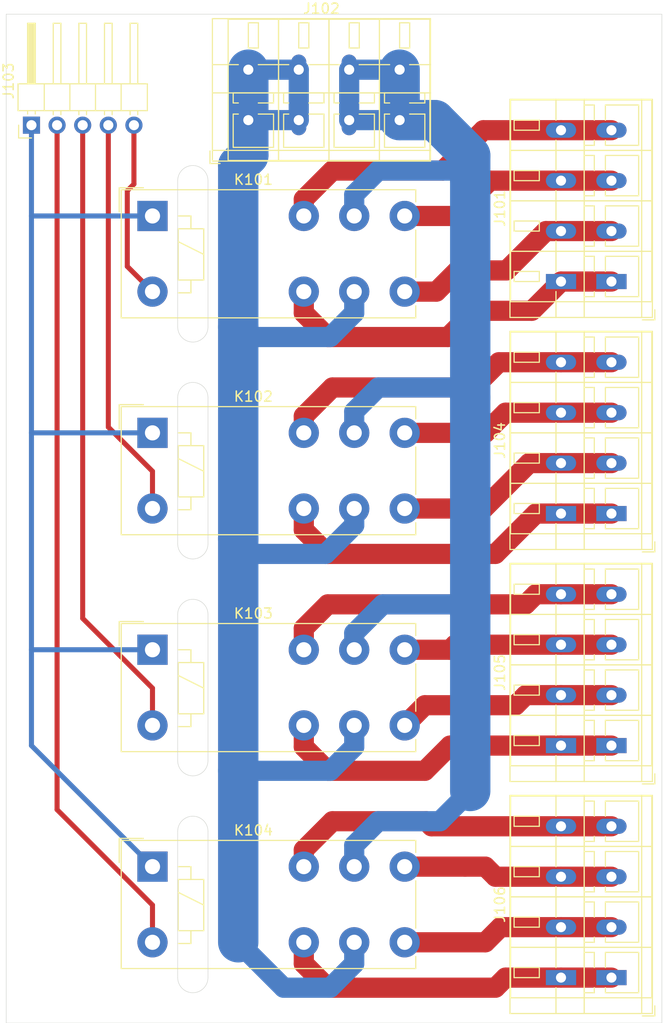
<source format=kicad_pcb>
(kicad_pcb (version 20171130) (host pcbnew 5.1.9)

  (general
    (thickness 1.6)
    (drawings 20)
    (tracks 159)
    (zones 0)
    (modules 10)
    (nets 24)
  )

  (page A4)
  (layers
    (0 F.Cu signal)
    (31 B.Cu signal)
    (32 B.Adhes user)
    (33 F.Adhes user)
    (34 B.Paste user)
    (35 F.Paste user)
    (36 B.SilkS user)
    (37 F.SilkS user)
    (38 B.Mask user)
    (39 F.Mask user)
    (40 Dwgs.User user)
    (41 Cmts.User user)
    (42 Eco1.User user)
    (43 Eco2.User user)
    (44 Edge.Cuts user)
    (45 Margin user)
    (46 B.CrtYd user)
    (47 F.CrtYd user)
    (48 B.Fab user)
    (49 F.Fab user)
  )

  (setup
    (last_trace_width 0.5)
    (user_trace_width 0.5)
    (user_trace_width 2)
    (user_trace_width 4)
    (trace_clearance 2)
    (zone_clearance 0.508)
    (zone_45_only no)
    (trace_min 0.2)
    (via_size 0.8)
    (via_drill 0.4)
    (via_min_size 0.4)
    (via_min_drill 0.3)
    (uvia_size 0.3)
    (uvia_drill 0.1)
    (uvias_allowed no)
    (uvia_min_size 0.2)
    (uvia_min_drill 0.1)
    (edge_width 0.05)
    (segment_width 0.2)
    (pcb_text_width 0.3)
    (pcb_text_size 1.5 1.5)
    (mod_edge_width 0.12)
    (mod_text_size 1 1)
    (mod_text_width 0.15)
    (pad_size 1.5 3)
    (pad_drill 1)
    (pad_to_mask_clearance 0)
    (aux_axis_origin 0 0)
    (visible_elements FFFFFF7F)
    (pcbplotparams
      (layerselection 0x010fc_ffffffff)
      (usegerberextensions false)
      (usegerberattributes true)
      (usegerberadvancedattributes true)
      (creategerberjobfile true)
      (excludeedgelayer true)
      (linewidth 0.100000)
      (plotframeref false)
      (viasonmask false)
      (mode 1)
      (useauxorigin false)
      (hpglpennumber 1)
      (hpglpenspeed 20)
      (hpglpendiameter 15.000000)
      (psnegative false)
      (psa4output false)
      (plotreference true)
      (plotvalue true)
      (plotinvisibletext false)
      (padsonsilk false)
      (subtractmaskfromsilk false)
      (outputformat 1)
      (mirror false)
      (drillshape 1)
      (scaleselection 1)
      (outputdirectory ""))
  )

  (net 0 "")
  (net 1 "Net-(J101-Pad1)")
  (net 2 "Net-(J101-Pad2)")
  (net 3 "Net-(J101-Pad3)")
  (net 4 "Net-(J101-Pad4)")
  (net 5 AC)
  (net 6 Earth)
  (net 7 "Net-(J103-Pad1)")
  (net 8 "Net-(J103-Pad2)")
  (net 9 "Net-(J103-Pad3)")
  (net 10 "Net-(J103-Pad4)")
  (net 11 "Net-(J103-Pad5)")
  (net 12 "Net-(J104-Pad4)")
  (net 13 "Net-(J104-Pad3)")
  (net 14 "Net-(J104-Pad2)")
  (net 15 "Net-(J104-Pad1)")
  (net 16 "Net-(J105-Pad1)")
  (net 17 "Net-(J105-Pad2)")
  (net 18 "Net-(J105-Pad3)")
  (net 19 "Net-(J105-Pad4)")
  (net 20 "Net-(J106-Pad4)")
  (net 21 "Net-(J106-Pad3)")
  (net 22 "Net-(J106-Pad2)")
  (net 23 "Net-(J106-Pad1)")

  (net_class Default "This is the default net class."
    (clearance 2)
    (trace_width 0.25)
    (via_dia 0.8)
    (via_drill 0.4)
    (uvia_dia 0.3)
    (uvia_drill 0.1)
    (add_net AC)
    (add_net Earth)
    (add_net "Net-(J101-Pad1)")
    (add_net "Net-(J101-Pad2)")
    (add_net "Net-(J101-Pad3)")
    (add_net "Net-(J101-Pad4)")
    (add_net "Net-(J104-Pad1)")
    (add_net "Net-(J104-Pad2)")
    (add_net "Net-(J104-Pad3)")
    (add_net "Net-(J104-Pad4)")
    (add_net "Net-(J105-Pad1)")
    (add_net "Net-(J105-Pad2)")
    (add_net "Net-(J105-Pad3)")
    (add_net "Net-(J105-Pad4)")
    (add_net "Net-(J106-Pad1)")
    (add_net "Net-(J106-Pad2)")
    (add_net "Net-(J106-Pad3)")
    (add_net "Net-(J106-Pad4)")
  )

  (net_class "Low Voltage" ""
    (clearance 0.2)
    (trace_width 0.25)
    (via_dia 0.8)
    (via_drill 0.4)
    (uvia_dia 0.3)
    (uvia_drill 0.1)
    (add_net "Net-(J103-Pad1)")
    (add_net "Net-(J103-Pad2)")
    (add_net "Net-(J103-Pad3)")
    (add_net "Net-(J103-Pad4)")
    (add_net "Net-(J103-Pad5)")
  )

  (module TerminalBlock_WAGO:TerminalBlock_WAGO_236-104_1x04_P5.00mm_45Degree (layer F.Cu) (tedit 5FEF6CF7) (tstamp 5FEF723F)
    (at 110 76.5 90)
    (descr "Terminal Block WAGO 236-104, 45Degree (cable under 45degree), 4 pins, pitch 5mm, size 21.5x14mm^2, drill diamater 1mm, pad diameter 3mm, see , script-generated with , script-generated using https://github.com/pointhi/kicad-footprint-generator/scripts/TerminalBlock_WAGO")
    (tags "THT Terminal Block WAGO 236-104 45Degree pitch 5mm size 21.5x14mm^2 drill 1mm pad 3mm")
    (path /5FF489B4)
    (fp_text reference J101 (at 7.25 -11.06 90) (layer F.SilkS)
      (effects (font (size 1 1) (thickness 0.15)))
    )
    (fp_text value Screw_Terminal_01x04 (at 7.25 5.06 90) (layer F.Fab)
      (effects (font (size 1 1) (thickness 0.15)))
    )
    (fp_line (start 18.5 -10.5) (end -4 -10.5) (layer F.CrtYd) (width 0.05))
    (fp_line (start 18.5 4.5) (end 18.5 -10.5) (layer F.CrtYd) (width 0.05))
    (fp_line (start -4 4.5) (end 18.5 4.5) (layer F.CrtYd) (width 0.05))
    (fp_line (start -4 -10.5) (end -4 4.5) (layer F.CrtYd) (width 0.05))
    (fp_line (start -3.8 4.3) (end -2.8 4.3) (layer F.SilkS) (width 0.12))
    (fp_line (start -3.8 3.06) (end -3.8 4.3) (layer F.SilkS) (width 0.12))
    (fp_line (start 16 -9.65) (end 16 -7.15) (layer F.SilkS) (width 0.12))
    (fp_line (start 15 -9.65) (end 15 -7.15) (layer F.SilkS) (width 0.12))
    (fp_line (start 15 -7.15) (end 16 -7.15) (layer F.SilkS) (width 0.12))
    (fp_line (start 15 -9.65) (end 16 -9.65) (layer F.SilkS) (width 0.12))
    (fp_line (start 16 -9.65) (end 15 -9.65) (layer F.Fab) (width 0.1))
    (fp_line (start 16 -7.15) (end 16 -9.65) (layer F.Fab) (width 0.1))
    (fp_line (start 15 -7.15) (end 16 -7.15) (layer F.Fab) (width 0.1))
    (fp_line (start 15 -9.65) (end 15 -7.15) (layer F.Fab) (width 0.1))
    (fp_line (start 17.5 -2.7) (end 17.5 -1.701) (layer F.SilkS) (width 0.12))
    (fp_line (start 13.5 -2.7) (end 13.5 -1.701) (layer F.SilkS) (width 0.12))
    (fp_line (start 15.99 -1.701) (end 17.5 -1.701) (layer F.SilkS) (width 0.12))
    (fp_line (start 13.5 -1.701) (end 14.01 -1.701) (layer F.SilkS) (width 0.12))
    (fp_line (start 13.5 -2.7) (end 17.5 -2.7) (layer F.SilkS) (width 0.12))
    (fp_line (start 17.5 -2.7) (end 13.5 -2.7) (layer F.Fab) (width 0.1))
    (fp_line (start 17.5 -1.7) (end 17.5 -2.7) (layer F.Fab) (width 0.1))
    (fp_line (start 13.5 -1.7) (end 17.5 -1.7) (layer F.Fab) (width 0.1))
    (fp_line (start 13.5 -2.7) (end 13.5 -1.7) (layer F.Fab) (width 0.1))
    (fp_line (start 18 -10) (end 18 4) (layer F.SilkS) (width 0.12))
    (fp_line (start 13 -10) (end 13 4) (layer F.SilkS) (width 0.12))
    (fp_line (start 13 4) (end 18 4) (layer F.SilkS) (width 0.12))
    (fp_line (start 13 -10) (end 18 -10) (layer F.SilkS) (width 0.12))
    (fp_line (start 18 -10) (end 13 -10) (layer F.Fab) (width 0.1))
    (fp_line (start 18 4) (end 18 -10) (layer F.Fab) (width 0.1))
    (fp_line (start 13 4) (end 18 4) (layer F.Fab) (width 0.1))
    (fp_line (start 13 -10) (end 13 4) (layer F.Fab) (width 0.1))
    (fp_line (start 17.5 -0.6) (end 13.5 -0.6) (layer F.Fab) (width 0.1))
    (fp_line (start 17.5 2.7) (end 17.5 -0.6) (layer F.Fab) (width 0.1))
    (fp_line (start 13.5 2.7) (end 17.5 2.7) (layer F.Fab) (width 0.1))
    (fp_line (start 13.5 -0.6) (end 13.5 2.7) (layer F.Fab) (width 0.1))
    (fp_line (start 17.5 -0.6) (end 17.5 2.7) (layer F.SilkS) (width 0.12))
    (fp_line (start 13.5 -0.6) (end 13.5 2.7) (layer F.SilkS) (width 0.12))
    (fp_line (start 13.5 2.7) (end 17.5 2.7) (layer F.SilkS) (width 0.12))
    (fp_line (start 15.99 -0.6) (end 17.5 -0.6) (layer F.SilkS) (width 0.12))
    (fp_line (start 13.5 -0.6) (end 14.01 -0.6) (layer F.SilkS) (width 0.12))
    (fp_line (start 11 -9.65) (end 11 -7.15) (layer F.SilkS) (width 0.12))
    (fp_line (start 10 -9.65) (end 10 -7.15) (layer F.SilkS) (width 0.12))
    (fp_line (start 10 -7.15) (end 11 -7.15) (layer F.SilkS) (width 0.12))
    (fp_line (start 10 -9.65) (end 11 -9.65) (layer F.SilkS) (width 0.12))
    (fp_line (start 11 -9.65) (end 10 -9.65) (layer F.Fab) (width 0.1))
    (fp_line (start 11 -7.15) (end 11 -9.65) (layer F.Fab) (width 0.1))
    (fp_line (start 10 -7.15) (end 11 -7.15) (layer F.Fab) (width 0.1))
    (fp_line (start 10 -9.65) (end 10 -7.15) (layer F.Fab) (width 0.1))
    (fp_line (start 12.5 -2.7) (end 12.5 -1.701) (layer F.SilkS) (width 0.12))
    (fp_line (start 8.5 -2.7) (end 8.5 -1.701) (layer F.SilkS) (width 0.12))
    (fp_line (start 10.99 -1.701) (end 12.5 -1.701) (layer F.SilkS) (width 0.12))
    (fp_line (start 8.5 -1.701) (end 9.01 -1.701) (layer F.SilkS) (width 0.12))
    (fp_line (start 8.5 -2.7) (end 12.5 -2.7) (layer F.SilkS) (width 0.12))
    (fp_line (start 12.5 -2.7) (end 8.5 -2.7) (layer F.Fab) (width 0.1))
    (fp_line (start 12.5 -1.7) (end 12.5 -2.7) (layer F.Fab) (width 0.1))
    (fp_line (start 8.5 -1.7) (end 12.5 -1.7) (layer F.Fab) (width 0.1))
    (fp_line (start 8.5 -2.7) (end 8.5 -1.7) (layer F.Fab) (width 0.1))
    (fp_line (start 13 -10) (end 13 4) (layer F.SilkS) (width 0.12))
    (fp_line (start 8 -10) (end 8 4) (layer F.SilkS) (width 0.12))
    (fp_line (start 8 4) (end 13 4) (layer F.SilkS) (width 0.12))
    (fp_line (start 8 -10) (end 13 -10) (layer F.SilkS) (width 0.12))
    (fp_line (start 13 -10) (end 8 -10) (layer F.Fab) (width 0.1))
    (fp_line (start 13 4) (end 13 -10) (layer F.Fab) (width 0.1))
    (fp_line (start 8 4) (end 13 4) (layer F.Fab) (width 0.1))
    (fp_line (start 8 -10) (end 8 4) (layer F.Fab) (width 0.1))
    (fp_line (start 12.5 -0.6) (end 8.5 -0.6) (layer F.Fab) (width 0.1))
    (fp_line (start 12.5 2.7) (end 12.5 -0.6) (layer F.Fab) (width 0.1))
    (fp_line (start 8.5 2.7) (end 12.5 2.7) (layer F.Fab) (width 0.1))
    (fp_line (start 8.5 -0.6) (end 8.5 2.7) (layer F.Fab) (width 0.1))
    (fp_line (start 12.5 -0.6) (end 12.5 2.7) (layer F.SilkS) (width 0.12))
    (fp_line (start 8.5 -0.6) (end 8.5 2.7) (layer F.SilkS) (width 0.12))
    (fp_line (start 8.5 2.7) (end 12.5 2.7) (layer F.SilkS) (width 0.12))
    (fp_line (start 10.99 -0.6) (end 12.5 -0.6) (layer F.SilkS) (width 0.12))
    (fp_line (start 8.5 -0.6) (end 9.01 -0.6) (layer F.SilkS) (width 0.12))
    (fp_line (start 6 -9.65) (end 6 -7.15) (layer F.SilkS) (width 0.12))
    (fp_line (start 5 -9.65) (end 5 -7.15) (layer F.SilkS) (width 0.12))
    (fp_line (start 5 -7.15) (end 6 -7.15) (layer F.SilkS) (width 0.12))
    (fp_line (start 5 -9.65) (end 6 -9.65) (layer F.SilkS) (width 0.12))
    (fp_line (start 6 -9.65) (end 5 -9.65) (layer F.Fab) (width 0.1))
    (fp_line (start 6 -7.15) (end 6 -9.65) (layer F.Fab) (width 0.1))
    (fp_line (start 5 -7.15) (end 6 -7.15) (layer F.Fab) (width 0.1))
    (fp_line (start 5 -9.65) (end 5 -7.15) (layer F.Fab) (width 0.1))
    (fp_line (start 7.5 -2.7) (end 7.5 -1.701) (layer F.SilkS) (width 0.12))
    (fp_line (start 3.5 -2.7) (end 3.5 -1.701) (layer F.SilkS) (width 0.12))
    (fp_line (start 5.99 -1.701) (end 7.5 -1.701) (layer F.SilkS) (width 0.12))
    (fp_line (start 3.5 -1.701) (end 4.01 -1.701) (layer F.SilkS) (width 0.12))
    (fp_line (start 3.5 -2.7) (end 7.5 -2.7) (layer F.SilkS) (width 0.12))
    (fp_line (start 7.5 -2.7) (end 3.5 -2.7) (layer F.Fab) (width 0.1))
    (fp_line (start 7.5 -1.7) (end 7.5 -2.7) (layer F.Fab) (width 0.1))
    (fp_line (start 3.5 -1.7) (end 7.5 -1.7) (layer F.Fab) (width 0.1))
    (fp_line (start 3.5 -2.7) (end 3.5 -1.7) (layer F.Fab) (width 0.1))
    (fp_line (start 8 -10) (end 8 4) (layer F.SilkS) (width 0.12))
    (fp_line (start 3 -10) (end 3 4) (layer F.SilkS) (width 0.12))
    (fp_line (start 3 4) (end 8 4) (layer F.SilkS) (width 0.12))
    (fp_line (start 3 -10) (end 8 -10) (layer F.SilkS) (width 0.12))
    (fp_line (start 8 -10) (end 3 -10) (layer F.Fab) (width 0.1))
    (fp_line (start 8 4) (end 8 -10) (layer F.Fab) (width 0.1))
    (fp_line (start 3 4) (end 8 4) (layer F.Fab) (width 0.1))
    (fp_line (start 3 -10) (end 3 4) (layer F.Fab) (width 0.1))
    (fp_line (start 7.5 -0.6) (end 3.5 -0.6) (layer F.Fab) (width 0.1))
    (fp_line (start 7.5 2.7) (end 7.5 -0.6) (layer F.Fab) (width 0.1))
    (fp_line (start 3.5 2.7) (end 7.5 2.7) (layer F.Fab) (width 0.1))
    (fp_line (start 3.5 -0.6) (end 3.5 2.7) (layer F.Fab) (width 0.1))
    (fp_line (start 7.5 -0.6) (end 7.5 2.7) (layer F.SilkS) (width 0.12))
    (fp_line (start 3.5 -0.6) (end 3.5 2.7) (layer F.SilkS) (width 0.12))
    (fp_line (start 3.5 2.7) (end 7.5 2.7) (layer F.SilkS) (width 0.12))
    (fp_line (start 5.99 -0.6) (end 7.5 -0.6) (layer F.SilkS) (width 0.12))
    (fp_line (start 3.5 -0.6) (end 4.01 -0.6) (layer F.SilkS) (width 0.12))
    (fp_line (start 1 -9.65) (end 1 -7.15) (layer F.SilkS) (width 0.12))
    (fp_line (start 0 -9.65) (end 0 -7.15) (layer F.SilkS) (width 0.12))
    (fp_line (start 0 -7.15) (end 1 -7.15) (layer F.SilkS) (width 0.12))
    (fp_line (start 0 -9.65) (end 1 -9.65) (layer F.SilkS) (width 0.12))
    (fp_line (start 1 -9.65) (end 0 -9.65) (layer F.Fab) (width 0.1))
    (fp_line (start 1 -7.15) (end 1 -9.65) (layer F.Fab) (width 0.1))
    (fp_line (start 0 -7.15) (end 1 -7.15) (layer F.Fab) (width 0.1))
    (fp_line (start 0 -9.65) (end 0 -7.15) (layer F.Fab) (width 0.1))
    (fp_line (start 2.5 -2.7) (end 2.5 -1.701) (layer F.SilkS) (width 0.12))
    (fp_line (start -1.5 -2.7) (end -1.5 -1.701) (layer F.SilkS) (width 0.12))
    (fp_line (start 0.99 -1.701) (end 2.5 -1.701) (layer F.SilkS) (width 0.12))
    (fp_line (start -1.5 -1.701) (end -0.99 -1.701) (layer F.SilkS) (width 0.12))
    (fp_line (start -1.5 -2.7) (end 2.5 -2.7) (layer F.SilkS) (width 0.12))
    (fp_line (start 2.5 -2.7) (end -1.5 -2.7) (layer F.Fab) (width 0.1))
    (fp_line (start 2.5 -1.7) (end 2.5 -2.7) (layer F.Fab) (width 0.1))
    (fp_line (start -1.5 -1.7) (end 2.5 -1.7) (layer F.Fab) (width 0.1))
    (fp_line (start -1.5 -2.7) (end -1.5 -1.7) (layer F.Fab) (width 0.1))
    (fp_line (start 3 -10) (end 3 4) (layer F.SilkS) (width 0.12))
    (fp_line (start -2 -10) (end -2 4) (layer F.SilkS) (width 0.12))
    (fp_line (start -2 4) (end 3 4) (layer F.SilkS) (width 0.12))
    (fp_line (start -2 -10) (end 3 -10) (layer F.SilkS) (width 0.12))
    (fp_line (start 3 -10) (end -2 -10) (layer F.Fab) (width 0.1))
    (fp_line (start 3 4) (end 3 -10) (layer F.Fab) (width 0.1))
    (fp_line (start -2 4) (end 3 4) (layer F.Fab) (width 0.1))
    (fp_line (start -2 -10) (end -2 4) (layer F.Fab) (width 0.1))
    (fp_line (start 2.5 -0.6) (end -1.5 -0.6) (layer F.Fab) (width 0.1))
    (fp_line (start 2.5 2.7) (end 2.5 -0.6) (layer F.Fab) (width 0.1))
    (fp_line (start -1.5 2.7) (end 2.5 2.7) (layer F.Fab) (width 0.1))
    (fp_line (start -1.5 -0.6) (end -1.5 2.7) (layer F.Fab) (width 0.1))
    (fp_line (start 2.5 -0.6) (end 2.5 2.7) (layer F.SilkS) (width 0.12))
    (fp_line (start -1.5 -0.6) (end -1.5 2.7) (layer F.SilkS) (width 0.12))
    (fp_line (start -1.5 2.7) (end 2.5 2.7) (layer F.SilkS) (width 0.12))
    (fp_line (start 0.99 -0.6) (end 2.5 -0.6) (layer F.SilkS) (width 0.12))
    (fp_line (start -1.5 -0.6) (end -0.99 -0.6) (layer F.SilkS) (width 0.12))
    (fp_line (start 18.061 -10.06) (end 18.061 4.06) (layer F.SilkS) (width 0.12))
    (fp_line (start -3.56 -10.06) (end -3.56 4.06) (layer F.SilkS) (width 0.12))
    (fp_line (start -3.56 4.06) (end 18.061 4.06) (layer F.SilkS) (width 0.12))
    (fp_line (start -3.56 -10.06) (end 18.061 -10.06) (layer F.SilkS) (width 0.12))
    (fp_line (start 15.99 -5.5) (end 18.061 -5.5) (layer F.SilkS) (width 0.12))
    (fp_line (start 10.99 -5.5) (end 14.01 -5.5) (layer F.SilkS) (width 0.12))
    (fp_line (start 5.99 -5.5) (end 9.01 -5.5) (layer F.SilkS) (width 0.12))
    (fp_line (start 0.99 -5.5) (end 4.01 -5.5) (layer F.SilkS) (width 0.12))
    (fp_line (start -3.56 -5.5) (end -0.99 -5.5) (layer F.SilkS) (width 0.12))
    (fp_line (start -3.5 -5.5) (end 18 -5.5) (layer F.Fab) (width 0.1))
    (fp_line (start -3.56 -2.7) (end 18.061 -2.7) (layer F.SilkS) (width 0.12))
    (fp_line (start -3.5 -2.7) (end 18 -2.7) (layer F.Fab) (width 0.1))
    (fp_line (start -3.56 3) (end 18.061 3) (layer F.SilkS) (width 0.12))
    (fp_line (start -3.5 3) (end 18 3) (layer F.Fab) (width 0.1))
    (fp_line (start -3.5 3) (end -3.5 -10) (layer F.Fab) (width 0.1))
    (fp_line (start -2.5 4) (end -3.5 3) (layer F.Fab) (width 0.1))
    (fp_line (start 18 4) (end -2.5 4) (layer F.Fab) (width 0.1))
    (fp_line (start 18 -10) (end 18 4) (layer F.Fab) (width 0.1))
    (fp_line (start -3.5 -10) (end 18 -10) (layer F.Fab) (width 0.1))
    (fp_text user %R (at 7.25 -4 90) (layer F.Fab)
      (effects (font (size 1 1) (thickness 0.15)))
    )
    (pad 1 thru_hole rect (at 0 0 90) (size 1.5 3) (drill 1) (layers *.Cu *.Mask)
      (net 1 "Net-(J101-Pad1)"))
    (pad 1 thru_hole rect (at 0 -5 90) (size 1.5 3) (drill 1) (layers *.Cu *.Mask)
      (net 1 "Net-(J101-Pad1)"))
    (pad 2 thru_hole oval (at 5 0 90) (size 1.5 3) (drill 1) (layers *.Cu *.Mask)
      (net 2 "Net-(J101-Pad2)"))
    (pad 2 thru_hole oval (at 5 -5 90) (size 1.5 3) (drill 1) (layers *.Cu *.Mask)
      (net 2 "Net-(J101-Pad2)"))
    (pad 3 thru_hole oval (at 10 0 90) (size 1.5 3) (drill 1) (layers *.Cu *.Mask)
      (net 3 "Net-(J101-Pad3)"))
    (pad 3 thru_hole oval (at 10 -5 90) (size 1.5 3) (drill 1) (layers *.Cu *.Mask)
      (net 3 "Net-(J101-Pad3)"))
    (pad 4 thru_hole oval (at 15 0 90) (size 1.5 3) (drill 1) (layers *.Cu *.Mask)
      (net 4 "Net-(J101-Pad4)"))
    (pad 4 thru_hole oval (at 15 -5 90) (size 1.5 3) (drill 1) (layers *.Cu *.Mask)
      (net 4 "Net-(J101-Pad4)"))
    (model ${KISYS3DMOD}/TerminalBlock_WAGO.3dshapes/TerminalBlock_WAGO_236-104_1x04_P5.00mm_45Degree.wrl
      (at (xyz 0 0 0))
      (scale (xyz 1 1 1))
      (rotate (xyz 0 0 0))
    )
  )

  (module TerminalBlock_WAGO:TerminalBlock_WAGO_236-104_1x04_P5.00mm_45Degree (layer F.Cu) (tedit 5B294EE3) (tstamp 5FEF72ED)
    (at 74 60.5)
    (descr "Terminal Block WAGO 236-104, 45Degree (cable under 45degree), 4 pins, pitch 5mm, size 21.5x14mm^2, drill diamater 1mm, pad diameter 3mm, see , script-generated with , script-generated using https://github.com/pointhi/kicad-footprint-generator/scripts/TerminalBlock_WAGO")
    (tags "THT Terminal Block WAGO 236-104 45Degree pitch 5mm size 21.5x14mm^2 drill 1mm pad 3mm")
    (path /5FF5BCE3)
    (fp_text reference J102 (at 7.25 -11.06) (layer F.SilkS)
      (effects (font (size 1 1) (thickness 0.15)))
    )
    (fp_text value Screw_Terminal_01x04 (at 7.25 5.06) (layer F.Fab)
      (effects (font (size 1 1) (thickness 0.15)))
    )
    (fp_line (start 18.5 -10.5) (end -4 -10.5) (layer F.CrtYd) (width 0.05))
    (fp_line (start 18.5 4.5) (end 18.5 -10.5) (layer F.CrtYd) (width 0.05))
    (fp_line (start -4 4.5) (end 18.5 4.5) (layer F.CrtYd) (width 0.05))
    (fp_line (start -4 -10.5) (end -4 4.5) (layer F.CrtYd) (width 0.05))
    (fp_line (start -3.8 4.3) (end -2.8 4.3) (layer F.SilkS) (width 0.12))
    (fp_line (start -3.8 3.06) (end -3.8 4.3) (layer F.SilkS) (width 0.12))
    (fp_line (start 16 -9.65) (end 16 -7.15) (layer F.SilkS) (width 0.12))
    (fp_line (start 15 -9.65) (end 15 -7.15) (layer F.SilkS) (width 0.12))
    (fp_line (start 15 -7.15) (end 16 -7.15) (layer F.SilkS) (width 0.12))
    (fp_line (start 15 -9.65) (end 16 -9.65) (layer F.SilkS) (width 0.12))
    (fp_line (start 16 -9.65) (end 15 -9.65) (layer F.Fab) (width 0.1))
    (fp_line (start 16 -7.15) (end 16 -9.65) (layer F.Fab) (width 0.1))
    (fp_line (start 15 -7.15) (end 16 -7.15) (layer F.Fab) (width 0.1))
    (fp_line (start 15 -9.65) (end 15 -7.15) (layer F.Fab) (width 0.1))
    (fp_line (start 17.5 -2.7) (end 17.5 -1.701) (layer F.SilkS) (width 0.12))
    (fp_line (start 13.5 -2.7) (end 13.5 -1.701) (layer F.SilkS) (width 0.12))
    (fp_line (start 15.99 -1.701) (end 17.5 -1.701) (layer F.SilkS) (width 0.12))
    (fp_line (start 13.5 -1.701) (end 14.01 -1.701) (layer F.SilkS) (width 0.12))
    (fp_line (start 13.5 -2.7) (end 17.5 -2.7) (layer F.SilkS) (width 0.12))
    (fp_line (start 17.5 -2.7) (end 13.5 -2.7) (layer F.Fab) (width 0.1))
    (fp_line (start 17.5 -1.7) (end 17.5 -2.7) (layer F.Fab) (width 0.1))
    (fp_line (start 13.5 -1.7) (end 17.5 -1.7) (layer F.Fab) (width 0.1))
    (fp_line (start 13.5 -2.7) (end 13.5 -1.7) (layer F.Fab) (width 0.1))
    (fp_line (start 18 -10) (end 18 4) (layer F.SilkS) (width 0.12))
    (fp_line (start 13 -10) (end 13 4) (layer F.SilkS) (width 0.12))
    (fp_line (start 13 4) (end 18 4) (layer F.SilkS) (width 0.12))
    (fp_line (start 13 -10) (end 18 -10) (layer F.SilkS) (width 0.12))
    (fp_line (start 18 -10) (end 13 -10) (layer F.Fab) (width 0.1))
    (fp_line (start 18 4) (end 18 -10) (layer F.Fab) (width 0.1))
    (fp_line (start 13 4) (end 18 4) (layer F.Fab) (width 0.1))
    (fp_line (start 13 -10) (end 13 4) (layer F.Fab) (width 0.1))
    (fp_line (start 17.5 -0.6) (end 13.5 -0.6) (layer F.Fab) (width 0.1))
    (fp_line (start 17.5 2.7) (end 17.5 -0.6) (layer F.Fab) (width 0.1))
    (fp_line (start 13.5 2.7) (end 17.5 2.7) (layer F.Fab) (width 0.1))
    (fp_line (start 13.5 -0.6) (end 13.5 2.7) (layer F.Fab) (width 0.1))
    (fp_line (start 17.5 -0.6) (end 17.5 2.7) (layer F.SilkS) (width 0.12))
    (fp_line (start 13.5 -0.6) (end 13.5 2.7) (layer F.SilkS) (width 0.12))
    (fp_line (start 13.5 2.7) (end 17.5 2.7) (layer F.SilkS) (width 0.12))
    (fp_line (start 15.99 -0.6) (end 17.5 -0.6) (layer F.SilkS) (width 0.12))
    (fp_line (start 13.5 -0.6) (end 14.01 -0.6) (layer F.SilkS) (width 0.12))
    (fp_line (start 11 -9.65) (end 11 -7.15) (layer F.SilkS) (width 0.12))
    (fp_line (start 10 -9.65) (end 10 -7.15) (layer F.SilkS) (width 0.12))
    (fp_line (start 10 -7.15) (end 11 -7.15) (layer F.SilkS) (width 0.12))
    (fp_line (start 10 -9.65) (end 11 -9.65) (layer F.SilkS) (width 0.12))
    (fp_line (start 11 -9.65) (end 10 -9.65) (layer F.Fab) (width 0.1))
    (fp_line (start 11 -7.15) (end 11 -9.65) (layer F.Fab) (width 0.1))
    (fp_line (start 10 -7.15) (end 11 -7.15) (layer F.Fab) (width 0.1))
    (fp_line (start 10 -9.65) (end 10 -7.15) (layer F.Fab) (width 0.1))
    (fp_line (start 12.5 -2.7) (end 12.5 -1.701) (layer F.SilkS) (width 0.12))
    (fp_line (start 8.5 -2.7) (end 8.5 -1.701) (layer F.SilkS) (width 0.12))
    (fp_line (start 10.99 -1.701) (end 12.5 -1.701) (layer F.SilkS) (width 0.12))
    (fp_line (start 8.5 -1.701) (end 9.01 -1.701) (layer F.SilkS) (width 0.12))
    (fp_line (start 8.5 -2.7) (end 12.5 -2.7) (layer F.SilkS) (width 0.12))
    (fp_line (start 12.5 -2.7) (end 8.5 -2.7) (layer F.Fab) (width 0.1))
    (fp_line (start 12.5 -1.7) (end 12.5 -2.7) (layer F.Fab) (width 0.1))
    (fp_line (start 8.5 -1.7) (end 12.5 -1.7) (layer F.Fab) (width 0.1))
    (fp_line (start 8.5 -2.7) (end 8.5 -1.7) (layer F.Fab) (width 0.1))
    (fp_line (start 13 -10) (end 13 4) (layer F.SilkS) (width 0.12))
    (fp_line (start 8 -10) (end 8 4) (layer F.SilkS) (width 0.12))
    (fp_line (start 8 4) (end 13 4) (layer F.SilkS) (width 0.12))
    (fp_line (start 8 -10) (end 13 -10) (layer F.SilkS) (width 0.12))
    (fp_line (start 13 -10) (end 8 -10) (layer F.Fab) (width 0.1))
    (fp_line (start 13 4) (end 13 -10) (layer F.Fab) (width 0.1))
    (fp_line (start 8 4) (end 13 4) (layer F.Fab) (width 0.1))
    (fp_line (start 8 -10) (end 8 4) (layer F.Fab) (width 0.1))
    (fp_line (start 12.5 -0.6) (end 8.5 -0.6) (layer F.Fab) (width 0.1))
    (fp_line (start 12.5 2.7) (end 12.5 -0.6) (layer F.Fab) (width 0.1))
    (fp_line (start 8.5 2.7) (end 12.5 2.7) (layer F.Fab) (width 0.1))
    (fp_line (start 8.5 -0.6) (end 8.5 2.7) (layer F.Fab) (width 0.1))
    (fp_line (start 12.5 -0.6) (end 12.5 2.7) (layer F.SilkS) (width 0.12))
    (fp_line (start 8.5 -0.6) (end 8.5 2.7) (layer F.SilkS) (width 0.12))
    (fp_line (start 8.5 2.7) (end 12.5 2.7) (layer F.SilkS) (width 0.12))
    (fp_line (start 10.99 -0.6) (end 12.5 -0.6) (layer F.SilkS) (width 0.12))
    (fp_line (start 8.5 -0.6) (end 9.01 -0.6) (layer F.SilkS) (width 0.12))
    (fp_line (start 6 -9.65) (end 6 -7.15) (layer F.SilkS) (width 0.12))
    (fp_line (start 5 -9.65) (end 5 -7.15) (layer F.SilkS) (width 0.12))
    (fp_line (start 5 -7.15) (end 6 -7.15) (layer F.SilkS) (width 0.12))
    (fp_line (start 5 -9.65) (end 6 -9.65) (layer F.SilkS) (width 0.12))
    (fp_line (start 6 -9.65) (end 5 -9.65) (layer F.Fab) (width 0.1))
    (fp_line (start 6 -7.15) (end 6 -9.65) (layer F.Fab) (width 0.1))
    (fp_line (start 5 -7.15) (end 6 -7.15) (layer F.Fab) (width 0.1))
    (fp_line (start 5 -9.65) (end 5 -7.15) (layer F.Fab) (width 0.1))
    (fp_line (start 7.5 -2.7) (end 7.5 -1.701) (layer F.SilkS) (width 0.12))
    (fp_line (start 3.5 -2.7) (end 3.5 -1.701) (layer F.SilkS) (width 0.12))
    (fp_line (start 5.99 -1.701) (end 7.5 -1.701) (layer F.SilkS) (width 0.12))
    (fp_line (start 3.5 -1.701) (end 4.01 -1.701) (layer F.SilkS) (width 0.12))
    (fp_line (start 3.5 -2.7) (end 7.5 -2.7) (layer F.SilkS) (width 0.12))
    (fp_line (start 7.5 -2.7) (end 3.5 -2.7) (layer F.Fab) (width 0.1))
    (fp_line (start 7.5 -1.7) (end 7.5 -2.7) (layer F.Fab) (width 0.1))
    (fp_line (start 3.5 -1.7) (end 7.5 -1.7) (layer F.Fab) (width 0.1))
    (fp_line (start 3.5 -2.7) (end 3.5 -1.7) (layer F.Fab) (width 0.1))
    (fp_line (start 8 -10) (end 8 4) (layer F.SilkS) (width 0.12))
    (fp_line (start 3 -10) (end 3 4) (layer F.SilkS) (width 0.12))
    (fp_line (start 3 4) (end 8 4) (layer F.SilkS) (width 0.12))
    (fp_line (start 3 -10) (end 8 -10) (layer F.SilkS) (width 0.12))
    (fp_line (start 8 -10) (end 3 -10) (layer F.Fab) (width 0.1))
    (fp_line (start 8 4) (end 8 -10) (layer F.Fab) (width 0.1))
    (fp_line (start 3 4) (end 8 4) (layer F.Fab) (width 0.1))
    (fp_line (start 3 -10) (end 3 4) (layer F.Fab) (width 0.1))
    (fp_line (start 7.5 -0.6) (end 3.5 -0.6) (layer F.Fab) (width 0.1))
    (fp_line (start 7.5 2.7) (end 7.5 -0.6) (layer F.Fab) (width 0.1))
    (fp_line (start 3.5 2.7) (end 7.5 2.7) (layer F.Fab) (width 0.1))
    (fp_line (start 3.5 -0.6) (end 3.5 2.7) (layer F.Fab) (width 0.1))
    (fp_line (start 7.5 -0.6) (end 7.5 2.7) (layer F.SilkS) (width 0.12))
    (fp_line (start 3.5 -0.6) (end 3.5 2.7) (layer F.SilkS) (width 0.12))
    (fp_line (start 3.5 2.7) (end 7.5 2.7) (layer F.SilkS) (width 0.12))
    (fp_line (start 5.99 -0.6) (end 7.5 -0.6) (layer F.SilkS) (width 0.12))
    (fp_line (start 3.5 -0.6) (end 4.01 -0.6) (layer F.SilkS) (width 0.12))
    (fp_line (start 1 -9.65) (end 1 -7.15) (layer F.SilkS) (width 0.12))
    (fp_line (start 0 -9.65) (end 0 -7.15) (layer F.SilkS) (width 0.12))
    (fp_line (start 0 -7.15) (end 1 -7.15) (layer F.SilkS) (width 0.12))
    (fp_line (start 0 -9.65) (end 1 -9.65) (layer F.SilkS) (width 0.12))
    (fp_line (start 1 -9.65) (end 0 -9.65) (layer F.Fab) (width 0.1))
    (fp_line (start 1 -7.15) (end 1 -9.65) (layer F.Fab) (width 0.1))
    (fp_line (start 0 -7.15) (end 1 -7.15) (layer F.Fab) (width 0.1))
    (fp_line (start 0 -9.65) (end 0 -7.15) (layer F.Fab) (width 0.1))
    (fp_line (start 2.5 -2.7) (end 2.5 -1.701) (layer F.SilkS) (width 0.12))
    (fp_line (start -1.5 -2.7) (end -1.5 -1.701) (layer F.SilkS) (width 0.12))
    (fp_line (start 0.99 -1.701) (end 2.5 -1.701) (layer F.SilkS) (width 0.12))
    (fp_line (start -1.5 -1.701) (end -0.99 -1.701) (layer F.SilkS) (width 0.12))
    (fp_line (start -1.5 -2.7) (end 2.5 -2.7) (layer F.SilkS) (width 0.12))
    (fp_line (start 2.5 -2.7) (end -1.5 -2.7) (layer F.Fab) (width 0.1))
    (fp_line (start 2.5 -1.7) (end 2.5 -2.7) (layer F.Fab) (width 0.1))
    (fp_line (start -1.5 -1.7) (end 2.5 -1.7) (layer F.Fab) (width 0.1))
    (fp_line (start -1.5 -2.7) (end -1.5 -1.7) (layer F.Fab) (width 0.1))
    (fp_line (start 3 -10) (end 3 4) (layer F.SilkS) (width 0.12))
    (fp_line (start -2 -10) (end -2 4) (layer F.SilkS) (width 0.12))
    (fp_line (start -2 4) (end 3 4) (layer F.SilkS) (width 0.12))
    (fp_line (start -2 -10) (end 3 -10) (layer F.SilkS) (width 0.12))
    (fp_line (start 3 -10) (end -2 -10) (layer F.Fab) (width 0.1))
    (fp_line (start 3 4) (end 3 -10) (layer F.Fab) (width 0.1))
    (fp_line (start -2 4) (end 3 4) (layer F.Fab) (width 0.1))
    (fp_line (start -2 -10) (end -2 4) (layer F.Fab) (width 0.1))
    (fp_line (start 2.5 -0.6) (end -1.5 -0.6) (layer F.Fab) (width 0.1))
    (fp_line (start 2.5 2.7) (end 2.5 -0.6) (layer F.Fab) (width 0.1))
    (fp_line (start -1.5 2.7) (end 2.5 2.7) (layer F.Fab) (width 0.1))
    (fp_line (start -1.5 -0.6) (end -1.5 2.7) (layer F.Fab) (width 0.1))
    (fp_line (start 2.5 -0.6) (end 2.5 2.7) (layer F.SilkS) (width 0.12))
    (fp_line (start -1.5 -0.6) (end -1.5 2.7) (layer F.SilkS) (width 0.12))
    (fp_line (start -1.5 2.7) (end 2.5 2.7) (layer F.SilkS) (width 0.12))
    (fp_line (start 0.99 -0.6) (end 2.5 -0.6) (layer F.SilkS) (width 0.12))
    (fp_line (start -1.5 -0.6) (end -0.99 -0.6) (layer F.SilkS) (width 0.12))
    (fp_line (start 18.061 -10.06) (end 18.061 4.06) (layer F.SilkS) (width 0.12))
    (fp_line (start -3.56 -10.06) (end -3.56 4.06) (layer F.SilkS) (width 0.12))
    (fp_line (start -3.56 4.06) (end 18.061 4.06) (layer F.SilkS) (width 0.12))
    (fp_line (start -3.56 -10.06) (end 18.061 -10.06) (layer F.SilkS) (width 0.12))
    (fp_line (start 15.99 -5.5) (end 18.061 -5.5) (layer F.SilkS) (width 0.12))
    (fp_line (start 10.99 -5.5) (end 14.01 -5.5) (layer F.SilkS) (width 0.12))
    (fp_line (start 5.99 -5.5) (end 9.01 -5.5) (layer F.SilkS) (width 0.12))
    (fp_line (start 0.99 -5.5) (end 4.01 -5.5) (layer F.SilkS) (width 0.12))
    (fp_line (start -3.56 -5.5) (end -0.99 -5.5) (layer F.SilkS) (width 0.12))
    (fp_line (start -3.5 -5.5) (end 18 -5.5) (layer F.Fab) (width 0.1))
    (fp_line (start -3.56 -2.7) (end 18.061 -2.7) (layer F.SilkS) (width 0.12))
    (fp_line (start -3.5 -2.7) (end 18 -2.7) (layer F.Fab) (width 0.1))
    (fp_line (start -3.56 3) (end 18.061 3) (layer F.SilkS) (width 0.12))
    (fp_line (start -3.5 3) (end 18 3) (layer F.Fab) (width 0.1))
    (fp_line (start -3.5 3) (end -3.5 -10) (layer F.Fab) (width 0.1))
    (fp_line (start -2.5 4) (end -3.5 3) (layer F.Fab) (width 0.1))
    (fp_line (start 18 4) (end -2.5 4) (layer F.Fab) (width 0.1))
    (fp_line (start 18 -10) (end 18 4) (layer F.Fab) (width 0.1))
    (fp_line (start -3.5 -10) (end 18 -10) (layer F.Fab) (width 0.1))
    (fp_text user %R (at 7.25 -4) (layer F.Fab)
      (effects (font (size 1 1) (thickness 0.15)))
    )
    (pad 1 thru_hole rect (at 0 0) (size 1.5 3) (drill 1) (layers *.Cu *.Mask)
      (net 5 AC))
    (pad 1 thru_hole rect (at 0 -5) (size 1.5 3) (drill 1) (layers *.Cu *.Mask)
      (net 5 AC))
    (pad 2 thru_hole oval (at 5 0) (size 1.5 3) (drill 1) (layers *.Cu *.Mask)
      (net 5 AC))
    (pad 2 thru_hole oval (at 5 -5) (size 1.5 3) (drill 1) (layers *.Cu *.Mask)
      (net 5 AC))
    (pad 3 thru_hole oval (at 10 0) (size 1.5 3) (drill 1) (layers *.Cu *.Mask)
      (net 6 Earth))
    (pad 3 thru_hole oval (at 10 -5) (size 1.5 3) (drill 1) (layers *.Cu *.Mask)
      (net 6 Earth))
    (pad 4 thru_hole oval (at 15 0) (size 1.5 3) (drill 1) (layers *.Cu *.Mask)
      (net 6 Earth))
    (pad 4 thru_hole oval (at 15 -5) (size 1.5 3) (drill 1) (layers *.Cu *.Mask)
      (net 6 Earth))
    (model ${KISYS3DMOD}/TerminalBlock_WAGO.3dshapes/TerminalBlock_WAGO_236-104_1x04_P5.00mm_45Degree.wrl
      (at (xyz 0 0 0))
      (scale (xyz 1 1 1))
      (rotate (xyz 0 0 0))
    )
  )

  (module Connector_PinHeader_2.54mm:PinHeader_1x05_P2.54mm_Horizontal (layer F.Cu) (tedit 59FED5CB) (tstamp 5FEFFEAB)
    (at 52.5 61 90)
    (descr "Through hole angled pin header, 1x05, 2.54mm pitch, 6mm pin length, single row")
    (tags "Through hole angled pin header THT 1x05 2.54mm single row")
    (path /5FF6C421)
    (fp_text reference J103 (at 4.385 -2.27 90) (layer F.SilkS)
      (effects (font (size 1 1) (thickness 0.15)))
    )
    (fp_text value Conn_01x05 (at 4.385 12.43 90) (layer F.Fab)
      (effects (font (size 1 1) (thickness 0.15)))
    )
    (fp_line (start 10.55 -1.8) (end -1.8 -1.8) (layer F.CrtYd) (width 0.05))
    (fp_line (start 10.55 11.95) (end 10.55 -1.8) (layer F.CrtYd) (width 0.05))
    (fp_line (start -1.8 11.95) (end 10.55 11.95) (layer F.CrtYd) (width 0.05))
    (fp_line (start -1.8 -1.8) (end -1.8 11.95) (layer F.CrtYd) (width 0.05))
    (fp_line (start -1.27 -1.27) (end 0 -1.27) (layer F.SilkS) (width 0.12))
    (fp_line (start -1.27 0) (end -1.27 -1.27) (layer F.SilkS) (width 0.12))
    (fp_line (start 1.042929 10.54) (end 1.44 10.54) (layer F.SilkS) (width 0.12))
    (fp_line (start 1.042929 9.78) (end 1.44 9.78) (layer F.SilkS) (width 0.12))
    (fp_line (start 10.1 10.54) (end 4.1 10.54) (layer F.SilkS) (width 0.12))
    (fp_line (start 10.1 9.78) (end 10.1 10.54) (layer F.SilkS) (width 0.12))
    (fp_line (start 4.1 9.78) (end 10.1 9.78) (layer F.SilkS) (width 0.12))
    (fp_line (start 1.44 8.89) (end 4.1 8.89) (layer F.SilkS) (width 0.12))
    (fp_line (start 1.042929 8) (end 1.44 8) (layer F.SilkS) (width 0.12))
    (fp_line (start 1.042929 7.24) (end 1.44 7.24) (layer F.SilkS) (width 0.12))
    (fp_line (start 10.1 8) (end 4.1 8) (layer F.SilkS) (width 0.12))
    (fp_line (start 10.1 7.24) (end 10.1 8) (layer F.SilkS) (width 0.12))
    (fp_line (start 4.1 7.24) (end 10.1 7.24) (layer F.SilkS) (width 0.12))
    (fp_line (start 1.44 6.35) (end 4.1 6.35) (layer F.SilkS) (width 0.12))
    (fp_line (start 1.042929 5.46) (end 1.44 5.46) (layer F.SilkS) (width 0.12))
    (fp_line (start 1.042929 4.7) (end 1.44 4.7) (layer F.SilkS) (width 0.12))
    (fp_line (start 10.1 5.46) (end 4.1 5.46) (layer F.SilkS) (width 0.12))
    (fp_line (start 10.1 4.7) (end 10.1 5.46) (layer F.SilkS) (width 0.12))
    (fp_line (start 4.1 4.7) (end 10.1 4.7) (layer F.SilkS) (width 0.12))
    (fp_line (start 1.44 3.81) (end 4.1 3.81) (layer F.SilkS) (width 0.12))
    (fp_line (start 1.042929 2.92) (end 1.44 2.92) (layer F.SilkS) (width 0.12))
    (fp_line (start 1.042929 2.16) (end 1.44 2.16) (layer F.SilkS) (width 0.12))
    (fp_line (start 10.1 2.92) (end 4.1 2.92) (layer F.SilkS) (width 0.12))
    (fp_line (start 10.1 2.16) (end 10.1 2.92) (layer F.SilkS) (width 0.12))
    (fp_line (start 4.1 2.16) (end 10.1 2.16) (layer F.SilkS) (width 0.12))
    (fp_line (start 1.44 1.27) (end 4.1 1.27) (layer F.SilkS) (width 0.12))
    (fp_line (start 1.11 0.38) (end 1.44 0.38) (layer F.SilkS) (width 0.12))
    (fp_line (start 1.11 -0.38) (end 1.44 -0.38) (layer F.SilkS) (width 0.12))
    (fp_line (start 4.1 0.28) (end 10.1 0.28) (layer F.SilkS) (width 0.12))
    (fp_line (start 4.1 0.16) (end 10.1 0.16) (layer F.SilkS) (width 0.12))
    (fp_line (start 4.1 0.04) (end 10.1 0.04) (layer F.SilkS) (width 0.12))
    (fp_line (start 4.1 -0.08) (end 10.1 -0.08) (layer F.SilkS) (width 0.12))
    (fp_line (start 4.1 -0.2) (end 10.1 -0.2) (layer F.SilkS) (width 0.12))
    (fp_line (start 4.1 -0.32) (end 10.1 -0.32) (layer F.SilkS) (width 0.12))
    (fp_line (start 10.1 0.38) (end 4.1 0.38) (layer F.SilkS) (width 0.12))
    (fp_line (start 10.1 -0.38) (end 10.1 0.38) (layer F.SilkS) (width 0.12))
    (fp_line (start 4.1 -0.38) (end 10.1 -0.38) (layer F.SilkS) (width 0.12))
    (fp_line (start 4.1 -1.33) (end 1.44 -1.33) (layer F.SilkS) (width 0.12))
    (fp_line (start 4.1 11.49) (end 4.1 -1.33) (layer F.SilkS) (width 0.12))
    (fp_line (start 1.44 11.49) (end 4.1 11.49) (layer F.SilkS) (width 0.12))
    (fp_line (start 1.44 -1.33) (end 1.44 11.49) (layer F.SilkS) (width 0.12))
    (fp_line (start 4.04 10.48) (end 10.04 10.48) (layer F.Fab) (width 0.1))
    (fp_line (start 10.04 9.84) (end 10.04 10.48) (layer F.Fab) (width 0.1))
    (fp_line (start 4.04 9.84) (end 10.04 9.84) (layer F.Fab) (width 0.1))
    (fp_line (start -0.32 10.48) (end 1.5 10.48) (layer F.Fab) (width 0.1))
    (fp_line (start -0.32 9.84) (end -0.32 10.48) (layer F.Fab) (width 0.1))
    (fp_line (start -0.32 9.84) (end 1.5 9.84) (layer F.Fab) (width 0.1))
    (fp_line (start 4.04 7.94) (end 10.04 7.94) (layer F.Fab) (width 0.1))
    (fp_line (start 10.04 7.3) (end 10.04 7.94) (layer F.Fab) (width 0.1))
    (fp_line (start 4.04 7.3) (end 10.04 7.3) (layer F.Fab) (width 0.1))
    (fp_line (start -0.32 7.94) (end 1.5 7.94) (layer F.Fab) (width 0.1))
    (fp_line (start -0.32 7.3) (end -0.32 7.94) (layer F.Fab) (width 0.1))
    (fp_line (start -0.32 7.3) (end 1.5 7.3) (layer F.Fab) (width 0.1))
    (fp_line (start 4.04 5.4) (end 10.04 5.4) (layer F.Fab) (width 0.1))
    (fp_line (start 10.04 4.76) (end 10.04 5.4) (layer F.Fab) (width 0.1))
    (fp_line (start 4.04 4.76) (end 10.04 4.76) (layer F.Fab) (width 0.1))
    (fp_line (start -0.32 5.4) (end 1.5 5.4) (layer F.Fab) (width 0.1))
    (fp_line (start -0.32 4.76) (end -0.32 5.4) (layer F.Fab) (width 0.1))
    (fp_line (start -0.32 4.76) (end 1.5 4.76) (layer F.Fab) (width 0.1))
    (fp_line (start 4.04 2.86) (end 10.04 2.86) (layer F.Fab) (width 0.1))
    (fp_line (start 10.04 2.22) (end 10.04 2.86) (layer F.Fab) (width 0.1))
    (fp_line (start 4.04 2.22) (end 10.04 2.22) (layer F.Fab) (width 0.1))
    (fp_line (start -0.32 2.86) (end 1.5 2.86) (layer F.Fab) (width 0.1))
    (fp_line (start -0.32 2.22) (end -0.32 2.86) (layer F.Fab) (width 0.1))
    (fp_line (start -0.32 2.22) (end 1.5 2.22) (layer F.Fab) (width 0.1))
    (fp_line (start 4.04 0.32) (end 10.04 0.32) (layer F.Fab) (width 0.1))
    (fp_line (start 10.04 -0.32) (end 10.04 0.32) (layer F.Fab) (width 0.1))
    (fp_line (start 4.04 -0.32) (end 10.04 -0.32) (layer F.Fab) (width 0.1))
    (fp_line (start -0.32 0.32) (end 1.5 0.32) (layer F.Fab) (width 0.1))
    (fp_line (start -0.32 -0.32) (end -0.32 0.32) (layer F.Fab) (width 0.1))
    (fp_line (start -0.32 -0.32) (end 1.5 -0.32) (layer F.Fab) (width 0.1))
    (fp_line (start 1.5 -0.635) (end 2.135 -1.27) (layer F.Fab) (width 0.1))
    (fp_line (start 1.5 11.43) (end 1.5 -0.635) (layer F.Fab) (width 0.1))
    (fp_line (start 4.04 11.43) (end 1.5 11.43) (layer F.Fab) (width 0.1))
    (fp_line (start 4.04 -1.27) (end 4.04 11.43) (layer F.Fab) (width 0.1))
    (fp_line (start 2.135 -1.27) (end 4.04 -1.27) (layer F.Fab) (width 0.1))
    (fp_text user %R (at 2.77 5.08) (layer F.Fab)
      (effects (font (size 1 1) (thickness 0.15)))
    )
    (pad 1 thru_hole rect (at 0 0 90) (size 1.7 1.7) (drill 1) (layers *.Cu *.Mask)
      (net 7 "Net-(J103-Pad1)"))
    (pad 2 thru_hole oval (at 0 2.54 90) (size 1.7 1.7) (drill 1) (layers *.Cu *.Mask)
      (net 8 "Net-(J103-Pad2)"))
    (pad 3 thru_hole oval (at 0 5.08 90) (size 1.7 1.7) (drill 1) (layers *.Cu *.Mask)
      (net 9 "Net-(J103-Pad3)"))
    (pad 4 thru_hole oval (at 0 7.62 90) (size 1.7 1.7) (drill 1) (layers *.Cu *.Mask)
      (net 10 "Net-(J103-Pad4)"))
    (pad 5 thru_hole oval (at 0 10.16 90) (size 1.7 1.7) (drill 1) (layers *.Cu *.Mask)
      (net 11 "Net-(J103-Pad5)"))
    (model ${KISYS3DMOD}/Connector_PinHeader_2.54mm.3dshapes/PinHeader_1x05_P2.54mm_Horizontal.wrl
      (at (xyz 0 0 0))
      (scale (xyz 1 1 1))
      (rotate (xyz 0 0 0))
    )
  )

  (module TerminalBlock_WAGO:TerminalBlock_WAGO_236-104_1x04_P5.00mm_45Degree (layer F.Cu) (tedit 5B294EE3) (tstamp 5FEF73F5)
    (at 110 99.5 90)
    (descr "Terminal Block WAGO 236-104, 45Degree (cable under 45degree), 4 pins, pitch 5mm, size 21.5x14mm^2, drill diamater 1mm, pad diameter 3mm, see , script-generated with , script-generated using https://github.com/pointhi/kicad-footprint-generator/scripts/TerminalBlock_WAGO")
    (tags "THT Terminal Block WAGO 236-104 45Degree pitch 5mm size 21.5x14mm^2 drill 1mm pad 3mm")
    (path /5FF53653)
    (fp_text reference J104 (at 7.25 -11.06 90) (layer F.SilkS)
      (effects (font (size 1 1) (thickness 0.15)))
    )
    (fp_text value Screw_Terminal_01x04 (at 7.25 5.06 90) (layer F.Fab)
      (effects (font (size 1 1) (thickness 0.15)))
    )
    (fp_text user %R (at 7.25 -4 90) (layer F.Fab)
      (effects (font (size 1 1) (thickness 0.15)))
    )
    (fp_line (start -3.5 -10) (end 18 -10) (layer F.Fab) (width 0.1))
    (fp_line (start 18 -10) (end 18 4) (layer F.Fab) (width 0.1))
    (fp_line (start 18 4) (end -2.5 4) (layer F.Fab) (width 0.1))
    (fp_line (start -2.5 4) (end -3.5 3) (layer F.Fab) (width 0.1))
    (fp_line (start -3.5 3) (end -3.5 -10) (layer F.Fab) (width 0.1))
    (fp_line (start -3.5 3) (end 18 3) (layer F.Fab) (width 0.1))
    (fp_line (start -3.56 3) (end 18.061 3) (layer F.SilkS) (width 0.12))
    (fp_line (start -3.5 -2.7) (end 18 -2.7) (layer F.Fab) (width 0.1))
    (fp_line (start -3.56 -2.7) (end 18.061 -2.7) (layer F.SilkS) (width 0.12))
    (fp_line (start -3.5 -5.5) (end 18 -5.5) (layer F.Fab) (width 0.1))
    (fp_line (start -3.56 -5.5) (end -0.99 -5.5) (layer F.SilkS) (width 0.12))
    (fp_line (start 0.99 -5.5) (end 4.01 -5.5) (layer F.SilkS) (width 0.12))
    (fp_line (start 5.99 -5.5) (end 9.01 -5.5) (layer F.SilkS) (width 0.12))
    (fp_line (start 10.99 -5.5) (end 14.01 -5.5) (layer F.SilkS) (width 0.12))
    (fp_line (start 15.99 -5.5) (end 18.061 -5.5) (layer F.SilkS) (width 0.12))
    (fp_line (start -3.56 -10.06) (end 18.061 -10.06) (layer F.SilkS) (width 0.12))
    (fp_line (start -3.56 4.06) (end 18.061 4.06) (layer F.SilkS) (width 0.12))
    (fp_line (start -3.56 -10.06) (end -3.56 4.06) (layer F.SilkS) (width 0.12))
    (fp_line (start 18.061 -10.06) (end 18.061 4.06) (layer F.SilkS) (width 0.12))
    (fp_line (start -1.5 -0.6) (end -0.99 -0.6) (layer F.SilkS) (width 0.12))
    (fp_line (start 0.99 -0.6) (end 2.5 -0.6) (layer F.SilkS) (width 0.12))
    (fp_line (start -1.5 2.7) (end 2.5 2.7) (layer F.SilkS) (width 0.12))
    (fp_line (start -1.5 -0.6) (end -1.5 2.7) (layer F.SilkS) (width 0.12))
    (fp_line (start 2.5 -0.6) (end 2.5 2.7) (layer F.SilkS) (width 0.12))
    (fp_line (start -1.5 -0.6) (end -1.5 2.7) (layer F.Fab) (width 0.1))
    (fp_line (start -1.5 2.7) (end 2.5 2.7) (layer F.Fab) (width 0.1))
    (fp_line (start 2.5 2.7) (end 2.5 -0.6) (layer F.Fab) (width 0.1))
    (fp_line (start 2.5 -0.6) (end -1.5 -0.6) (layer F.Fab) (width 0.1))
    (fp_line (start -2 -10) (end -2 4) (layer F.Fab) (width 0.1))
    (fp_line (start -2 4) (end 3 4) (layer F.Fab) (width 0.1))
    (fp_line (start 3 4) (end 3 -10) (layer F.Fab) (width 0.1))
    (fp_line (start 3 -10) (end -2 -10) (layer F.Fab) (width 0.1))
    (fp_line (start -2 -10) (end 3 -10) (layer F.SilkS) (width 0.12))
    (fp_line (start -2 4) (end 3 4) (layer F.SilkS) (width 0.12))
    (fp_line (start -2 -10) (end -2 4) (layer F.SilkS) (width 0.12))
    (fp_line (start 3 -10) (end 3 4) (layer F.SilkS) (width 0.12))
    (fp_line (start -1.5 -2.7) (end -1.5 -1.7) (layer F.Fab) (width 0.1))
    (fp_line (start -1.5 -1.7) (end 2.5 -1.7) (layer F.Fab) (width 0.1))
    (fp_line (start 2.5 -1.7) (end 2.5 -2.7) (layer F.Fab) (width 0.1))
    (fp_line (start 2.5 -2.7) (end -1.5 -2.7) (layer F.Fab) (width 0.1))
    (fp_line (start -1.5 -2.7) (end 2.5 -2.7) (layer F.SilkS) (width 0.12))
    (fp_line (start -1.5 -1.701) (end -0.99 -1.701) (layer F.SilkS) (width 0.12))
    (fp_line (start 0.99 -1.701) (end 2.5 -1.701) (layer F.SilkS) (width 0.12))
    (fp_line (start -1.5 -2.7) (end -1.5 -1.701) (layer F.SilkS) (width 0.12))
    (fp_line (start 2.5 -2.7) (end 2.5 -1.701) (layer F.SilkS) (width 0.12))
    (fp_line (start 0 -9.65) (end 0 -7.15) (layer F.Fab) (width 0.1))
    (fp_line (start 0 -7.15) (end 1 -7.15) (layer F.Fab) (width 0.1))
    (fp_line (start 1 -7.15) (end 1 -9.65) (layer F.Fab) (width 0.1))
    (fp_line (start 1 -9.65) (end 0 -9.65) (layer F.Fab) (width 0.1))
    (fp_line (start 0 -9.65) (end 1 -9.65) (layer F.SilkS) (width 0.12))
    (fp_line (start 0 -7.15) (end 1 -7.15) (layer F.SilkS) (width 0.12))
    (fp_line (start 0 -9.65) (end 0 -7.15) (layer F.SilkS) (width 0.12))
    (fp_line (start 1 -9.65) (end 1 -7.15) (layer F.SilkS) (width 0.12))
    (fp_line (start 3.5 -0.6) (end 4.01 -0.6) (layer F.SilkS) (width 0.12))
    (fp_line (start 5.99 -0.6) (end 7.5 -0.6) (layer F.SilkS) (width 0.12))
    (fp_line (start 3.5 2.7) (end 7.5 2.7) (layer F.SilkS) (width 0.12))
    (fp_line (start 3.5 -0.6) (end 3.5 2.7) (layer F.SilkS) (width 0.12))
    (fp_line (start 7.5 -0.6) (end 7.5 2.7) (layer F.SilkS) (width 0.12))
    (fp_line (start 3.5 -0.6) (end 3.5 2.7) (layer F.Fab) (width 0.1))
    (fp_line (start 3.5 2.7) (end 7.5 2.7) (layer F.Fab) (width 0.1))
    (fp_line (start 7.5 2.7) (end 7.5 -0.6) (layer F.Fab) (width 0.1))
    (fp_line (start 7.5 -0.6) (end 3.5 -0.6) (layer F.Fab) (width 0.1))
    (fp_line (start 3 -10) (end 3 4) (layer F.Fab) (width 0.1))
    (fp_line (start 3 4) (end 8 4) (layer F.Fab) (width 0.1))
    (fp_line (start 8 4) (end 8 -10) (layer F.Fab) (width 0.1))
    (fp_line (start 8 -10) (end 3 -10) (layer F.Fab) (width 0.1))
    (fp_line (start 3 -10) (end 8 -10) (layer F.SilkS) (width 0.12))
    (fp_line (start 3 4) (end 8 4) (layer F.SilkS) (width 0.12))
    (fp_line (start 3 -10) (end 3 4) (layer F.SilkS) (width 0.12))
    (fp_line (start 8 -10) (end 8 4) (layer F.SilkS) (width 0.12))
    (fp_line (start 3.5 -2.7) (end 3.5 -1.7) (layer F.Fab) (width 0.1))
    (fp_line (start 3.5 -1.7) (end 7.5 -1.7) (layer F.Fab) (width 0.1))
    (fp_line (start 7.5 -1.7) (end 7.5 -2.7) (layer F.Fab) (width 0.1))
    (fp_line (start 7.5 -2.7) (end 3.5 -2.7) (layer F.Fab) (width 0.1))
    (fp_line (start 3.5 -2.7) (end 7.5 -2.7) (layer F.SilkS) (width 0.12))
    (fp_line (start 3.5 -1.701) (end 4.01 -1.701) (layer F.SilkS) (width 0.12))
    (fp_line (start 5.99 -1.701) (end 7.5 -1.701) (layer F.SilkS) (width 0.12))
    (fp_line (start 3.5 -2.7) (end 3.5 -1.701) (layer F.SilkS) (width 0.12))
    (fp_line (start 7.5 -2.7) (end 7.5 -1.701) (layer F.SilkS) (width 0.12))
    (fp_line (start 5 -9.65) (end 5 -7.15) (layer F.Fab) (width 0.1))
    (fp_line (start 5 -7.15) (end 6 -7.15) (layer F.Fab) (width 0.1))
    (fp_line (start 6 -7.15) (end 6 -9.65) (layer F.Fab) (width 0.1))
    (fp_line (start 6 -9.65) (end 5 -9.65) (layer F.Fab) (width 0.1))
    (fp_line (start 5 -9.65) (end 6 -9.65) (layer F.SilkS) (width 0.12))
    (fp_line (start 5 -7.15) (end 6 -7.15) (layer F.SilkS) (width 0.12))
    (fp_line (start 5 -9.65) (end 5 -7.15) (layer F.SilkS) (width 0.12))
    (fp_line (start 6 -9.65) (end 6 -7.15) (layer F.SilkS) (width 0.12))
    (fp_line (start 8.5 -0.6) (end 9.01 -0.6) (layer F.SilkS) (width 0.12))
    (fp_line (start 10.99 -0.6) (end 12.5 -0.6) (layer F.SilkS) (width 0.12))
    (fp_line (start 8.5 2.7) (end 12.5 2.7) (layer F.SilkS) (width 0.12))
    (fp_line (start 8.5 -0.6) (end 8.5 2.7) (layer F.SilkS) (width 0.12))
    (fp_line (start 12.5 -0.6) (end 12.5 2.7) (layer F.SilkS) (width 0.12))
    (fp_line (start 8.5 -0.6) (end 8.5 2.7) (layer F.Fab) (width 0.1))
    (fp_line (start 8.5 2.7) (end 12.5 2.7) (layer F.Fab) (width 0.1))
    (fp_line (start 12.5 2.7) (end 12.5 -0.6) (layer F.Fab) (width 0.1))
    (fp_line (start 12.5 -0.6) (end 8.5 -0.6) (layer F.Fab) (width 0.1))
    (fp_line (start 8 -10) (end 8 4) (layer F.Fab) (width 0.1))
    (fp_line (start 8 4) (end 13 4) (layer F.Fab) (width 0.1))
    (fp_line (start 13 4) (end 13 -10) (layer F.Fab) (width 0.1))
    (fp_line (start 13 -10) (end 8 -10) (layer F.Fab) (width 0.1))
    (fp_line (start 8 -10) (end 13 -10) (layer F.SilkS) (width 0.12))
    (fp_line (start 8 4) (end 13 4) (layer F.SilkS) (width 0.12))
    (fp_line (start 8 -10) (end 8 4) (layer F.SilkS) (width 0.12))
    (fp_line (start 13 -10) (end 13 4) (layer F.SilkS) (width 0.12))
    (fp_line (start 8.5 -2.7) (end 8.5 -1.7) (layer F.Fab) (width 0.1))
    (fp_line (start 8.5 -1.7) (end 12.5 -1.7) (layer F.Fab) (width 0.1))
    (fp_line (start 12.5 -1.7) (end 12.5 -2.7) (layer F.Fab) (width 0.1))
    (fp_line (start 12.5 -2.7) (end 8.5 -2.7) (layer F.Fab) (width 0.1))
    (fp_line (start 8.5 -2.7) (end 12.5 -2.7) (layer F.SilkS) (width 0.12))
    (fp_line (start 8.5 -1.701) (end 9.01 -1.701) (layer F.SilkS) (width 0.12))
    (fp_line (start 10.99 -1.701) (end 12.5 -1.701) (layer F.SilkS) (width 0.12))
    (fp_line (start 8.5 -2.7) (end 8.5 -1.701) (layer F.SilkS) (width 0.12))
    (fp_line (start 12.5 -2.7) (end 12.5 -1.701) (layer F.SilkS) (width 0.12))
    (fp_line (start 10 -9.65) (end 10 -7.15) (layer F.Fab) (width 0.1))
    (fp_line (start 10 -7.15) (end 11 -7.15) (layer F.Fab) (width 0.1))
    (fp_line (start 11 -7.15) (end 11 -9.65) (layer F.Fab) (width 0.1))
    (fp_line (start 11 -9.65) (end 10 -9.65) (layer F.Fab) (width 0.1))
    (fp_line (start 10 -9.65) (end 11 -9.65) (layer F.SilkS) (width 0.12))
    (fp_line (start 10 -7.15) (end 11 -7.15) (layer F.SilkS) (width 0.12))
    (fp_line (start 10 -9.65) (end 10 -7.15) (layer F.SilkS) (width 0.12))
    (fp_line (start 11 -9.65) (end 11 -7.15) (layer F.SilkS) (width 0.12))
    (fp_line (start 13.5 -0.6) (end 14.01 -0.6) (layer F.SilkS) (width 0.12))
    (fp_line (start 15.99 -0.6) (end 17.5 -0.6) (layer F.SilkS) (width 0.12))
    (fp_line (start 13.5 2.7) (end 17.5 2.7) (layer F.SilkS) (width 0.12))
    (fp_line (start 13.5 -0.6) (end 13.5 2.7) (layer F.SilkS) (width 0.12))
    (fp_line (start 17.5 -0.6) (end 17.5 2.7) (layer F.SilkS) (width 0.12))
    (fp_line (start 13.5 -0.6) (end 13.5 2.7) (layer F.Fab) (width 0.1))
    (fp_line (start 13.5 2.7) (end 17.5 2.7) (layer F.Fab) (width 0.1))
    (fp_line (start 17.5 2.7) (end 17.5 -0.6) (layer F.Fab) (width 0.1))
    (fp_line (start 17.5 -0.6) (end 13.5 -0.6) (layer F.Fab) (width 0.1))
    (fp_line (start 13 -10) (end 13 4) (layer F.Fab) (width 0.1))
    (fp_line (start 13 4) (end 18 4) (layer F.Fab) (width 0.1))
    (fp_line (start 18 4) (end 18 -10) (layer F.Fab) (width 0.1))
    (fp_line (start 18 -10) (end 13 -10) (layer F.Fab) (width 0.1))
    (fp_line (start 13 -10) (end 18 -10) (layer F.SilkS) (width 0.12))
    (fp_line (start 13 4) (end 18 4) (layer F.SilkS) (width 0.12))
    (fp_line (start 13 -10) (end 13 4) (layer F.SilkS) (width 0.12))
    (fp_line (start 18 -10) (end 18 4) (layer F.SilkS) (width 0.12))
    (fp_line (start 13.5 -2.7) (end 13.5 -1.7) (layer F.Fab) (width 0.1))
    (fp_line (start 13.5 -1.7) (end 17.5 -1.7) (layer F.Fab) (width 0.1))
    (fp_line (start 17.5 -1.7) (end 17.5 -2.7) (layer F.Fab) (width 0.1))
    (fp_line (start 17.5 -2.7) (end 13.5 -2.7) (layer F.Fab) (width 0.1))
    (fp_line (start 13.5 -2.7) (end 17.5 -2.7) (layer F.SilkS) (width 0.12))
    (fp_line (start 13.5 -1.701) (end 14.01 -1.701) (layer F.SilkS) (width 0.12))
    (fp_line (start 15.99 -1.701) (end 17.5 -1.701) (layer F.SilkS) (width 0.12))
    (fp_line (start 13.5 -2.7) (end 13.5 -1.701) (layer F.SilkS) (width 0.12))
    (fp_line (start 17.5 -2.7) (end 17.5 -1.701) (layer F.SilkS) (width 0.12))
    (fp_line (start 15 -9.65) (end 15 -7.15) (layer F.Fab) (width 0.1))
    (fp_line (start 15 -7.15) (end 16 -7.15) (layer F.Fab) (width 0.1))
    (fp_line (start 16 -7.15) (end 16 -9.65) (layer F.Fab) (width 0.1))
    (fp_line (start 16 -9.65) (end 15 -9.65) (layer F.Fab) (width 0.1))
    (fp_line (start 15 -9.65) (end 16 -9.65) (layer F.SilkS) (width 0.12))
    (fp_line (start 15 -7.15) (end 16 -7.15) (layer F.SilkS) (width 0.12))
    (fp_line (start 15 -9.65) (end 15 -7.15) (layer F.SilkS) (width 0.12))
    (fp_line (start 16 -9.65) (end 16 -7.15) (layer F.SilkS) (width 0.12))
    (fp_line (start -3.8 3.06) (end -3.8 4.3) (layer F.SilkS) (width 0.12))
    (fp_line (start -3.8 4.3) (end -2.8 4.3) (layer F.SilkS) (width 0.12))
    (fp_line (start -4 -10.5) (end -4 4.5) (layer F.CrtYd) (width 0.05))
    (fp_line (start -4 4.5) (end 18.5 4.5) (layer F.CrtYd) (width 0.05))
    (fp_line (start 18.5 4.5) (end 18.5 -10.5) (layer F.CrtYd) (width 0.05))
    (fp_line (start 18.5 -10.5) (end -4 -10.5) (layer F.CrtYd) (width 0.05))
    (pad 4 thru_hole oval (at 15 -5 90) (size 1.5 3) (drill 1) (layers *.Cu *.Mask)
      (net 12 "Net-(J104-Pad4)"))
    (pad 4 thru_hole oval (at 15 0 90) (size 1.5 3) (drill 1) (layers *.Cu *.Mask)
      (net 12 "Net-(J104-Pad4)"))
    (pad 3 thru_hole oval (at 10 -5 90) (size 1.5 3) (drill 1) (layers *.Cu *.Mask)
      (net 13 "Net-(J104-Pad3)"))
    (pad 3 thru_hole oval (at 10 0 90) (size 1.5 3) (drill 1) (layers *.Cu *.Mask)
      (net 13 "Net-(J104-Pad3)"))
    (pad 2 thru_hole oval (at 5 -5 90) (size 1.5 3) (drill 1) (layers *.Cu *.Mask)
      (net 14 "Net-(J104-Pad2)"))
    (pad 2 thru_hole oval (at 5 0 90) (size 1.5 3) (drill 1) (layers *.Cu *.Mask)
      (net 14 "Net-(J104-Pad2)"))
    (pad 1 thru_hole rect (at 0 -5 90) (size 1.5 3) (drill 1) (layers *.Cu *.Mask)
      (net 15 "Net-(J104-Pad1)"))
    (pad 1 thru_hole rect (at 0 0 90) (size 1.5 3) (drill 1) (layers *.Cu *.Mask)
      (net 15 "Net-(J104-Pad1)"))
    (model ${KISYS3DMOD}/TerminalBlock_WAGO.3dshapes/TerminalBlock_WAGO_236-104_1x04_P5.00mm_45Degree.wrl
      (at (xyz 0 0 0))
      (scale (xyz 1 1 1))
      (rotate (xyz 0 0 0))
    )
  )

  (module TerminalBlock_WAGO:TerminalBlock_WAGO_236-104_1x04_P5.00mm_45Degree (layer F.Cu) (tedit 5B294EE3) (tstamp 5FEF74A3)
    (at 110 122.5 90)
    (descr "Terminal Block WAGO 236-104, 45Degree (cable under 45degree), 4 pins, pitch 5mm, size 21.5x14mm^2, drill diamater 1mm, pad diameter 3mm, see , script-generated with , script-generated using https://github.com/pointhi/kicad-footprint-generator/scripts/TerminalBlock_WAGO")
    (tags "THT Terminal Block WAGO 236-104 45Degree pitch 5mm size 21.5x14mm^2 drill 1mm pad 3mm")
    (path /5FF559E1)
    (fp_text reference J105 (at 7.25 -11.06 90) (layer F.SilkS)
      (effects (font (size 1 1) (thickness 0.15)))
    )
    (fp_text value Screw_Terminal_01x04 (at 7.25 5.06 90) (layer F.Fab)
      (effects (font (size 1 1) (thickness 0.15)))
    )
    (fp_line (start 18.5 -10.5) (end -4 -10.5) (layer F.CrtYd) (width 0.05))
    (fp_line (start 18.5 4.5) (end 18.5 -10.5) (layer F.CrtYd) (width 0.05))
    (fp_line (start -4 4.5) (end 18.5 4.5) (layer F.CrtYd) (width 0.05))
    (fp_line (start -4 -10.5) (end -4 4.5) (layer F.CrtYd) (width 0.05))
    (fp_line (start -3.8 4.3) (end -2.8 4.3) (layer F.SilkS) (width 0.12))
    (fp_line (start -3.8 3.06) (end -3.8 4.3) (layer F.SilkS) (width 0.12))
    (fp_line (start 16 -9.65) (end 16 -7.15) (layer F.SilkS) (width 0.12))
    (fp_line (start 15 -9.65) (end 15 -7.15) (layer F.SilkS) (width 0.12))
    (fp_line (start 15 -7.15) (end 16 -7.15) (layer F.SilkS) (width 0.12))
    (fp_line (start 15 -9.65) (end 16 -9.65) (layer F.SilkS) (width 0.12))
    (fp_line (start 16 -9.65) (end 15 -9.65) (layer F.Fab) (width 0.1))
    (fp_line (start 16 -7.15) (end 16 -9.65) (layer F.Fab) (width 0.1))
    (fp_line (start 15 -7.15) (end 16 -7.15) (layer F.Fab) (width 0.1))
    (fp_line (start 15 -9.65) (end 15 -7.15) (layer F.Fab) (width 0.1))
    (fp_line (start 17.5 -2.7) (end 17.5 -1.701) (layer F.SilkS) (width 0.12))
    (fp_line (start 13.5 -2.7) (end 13.5 -1.701) (layer F.SilkS) (width 0.12))
    (fp_line (start 15.99 -1.701) (end 17.5 -1.701) (layer F.SilkS) (width 0.12))
    (fp_line (start 13.5 -1.701) (end 14.01 -1.701) (layer F.SilkS) (width 0.12))
    (fp_line (start 13.5 -2.7) (end 17.5 -2.7) (layer F.SilkS) (width 0.12))
    (fp_line (start 17.5 -2.7) (end 13.5 -2.7) (layer F.Fab) (width 0.1))
    (fp_line (start 17.5 -1.7) (end 17.5 -2.7) (layer F.Fab) (width 0.1))
    (fp_line (start 13.5 -1.7) (end 17.5 -1.7) (layer F.Fab) (width 0.1))
    (fp_line (start 13.5 -2.7) (end 13.5 -1.7) (layer F.Fab) (width 0.1))
    (fp_line (start 18 -10) (end 18 4) (layer F.SilkS) (width 0.12))
    (fp_line (start 13 -10) (end 13 4) (layer F.SilkS) (width 0.12))
    (fp_line (start 13 4) (end 18 4) (layer F.SilkS) (width 0.12))
    (fp_line (start 13 -10) (end 18 -10) (layer F.SilkS) (width 0.12))
    (fp_line (start 18 -10) (end 13 -10) (layer F.Fab) (width 0.1))
    (fp_line (start 18 4) (end 18 -10) (layer F.Fab) (width 0.1))
    (fp_line (start 13 4) (end 18 4) (layer F.Fab) (width 0.1))
    (fp_line (start 13 -10) (end 13 4) (layer F.Fab) (width 0.1))
    (fp_line (start 17.5 -0.6) (end 13.5 -0.6) (layer F.Fab) (width 0.1))
    (fp_line (start 17.5 2.7) (end 17.5 -0.6) (layer F.Fab) (width 0.1))
    (fp_line (start 13.5 2.7) (end 17.5 2.7) (layer F.Fab) (width 0.1))
    (fp_line (start 13.5 -0.6) (end 13.5 2.7) (layer F.Fab) (width 0.1))
    (fp_line (start 17.5 -0.6) (end 17.5 2.7) (layer F.SilkS) (width 0.12))
    (fp_line (start 13.5 -0.6) (end 13.5 2.7) (layer F.SilkS) (width 0.12))
    (fp_line (start 13.5 2.7) (end 17.5 2.7) (layer F.SilkS) (width 0.12))
    (fp_line (start 15.99 -0.6) (end 17.5 -0.6) (layer F.SilkS) (width 0.12))
    (fp_line (start 13.5 -0.6) (end 14.01 -0.6) (layer F.SilkS) (width 0.12))
    (fp_line (start 11 -9.65) (end 11 -7.15) (layer F.SilkS) (width 0.12))
    (fp_line (start 10 -9.65) (end 10 -7.15) (layer F.SilkS) (width 0.12))
    (fp_line (start 10 -7.15) (end 11 -7.15) (layer F.SilkS) (width 0.12))
    (fp_line (start 10 -9.65) (end 11 -9.65) (layer F.SilkS) (width 0.12))
    (fp_line (start 11 -9.65) (end 10 -9.65) (layer F.Fab) (width 0.1))
    (fp_line (start 11 -7.15) (end 11 -9.65) (layer F.Fab) (width 0.1))
    (fp_line (start 10 -7.15) (end 11 -7.15) (layer F.Fab) (width 0.1))
    (fp_line (start 10 -9.65) (end 10 -7.15) (layer F.Fab) (width 0.1))
    (fp_line (start 12.5 -2.7) (end 12.5 -1.701) (layer F.SilkS) (width 0.12))
    (fp_line (start 8.5 -2.7) (end 8.5 -1.701) (layer F.SilkS) (width 0.12))
    (fp_line (start 10.99 -1.701) (end 12.5 -1.701) (layer F.SilkS) (width 0.12))
    (fp_line (start 8.5 -1.701) (end 9.01 -1.701) (layer F.SilkS) (width 0.12))
    (fp_line (start 8.5 -2.7) (end 12.5 -2.7) (layer F.SilkS) (width 0.12))
    (fp_line (start 12.5 -2.7) (end 8.5 -2.7) (layer F.Fab) (width 0.1))
    (fp_line (start 12.5 -1.7) (end 12.5 -2.7) (layer F.Fab) (width 0.1))
    (fp_line (start 8.5 -1.7) (end 12.5 -1.7) (layer F.Fab) (width 0.1))
    (fp_line (start 8.5 -2.7) (end 8.5 -1.7) (layer F.Fab) (width 0.1))
    (fp_line (start 13 -10) (end 13 4) (layer F.SilkS) (width 0.12))
    (fp_line (start 8 -10) (end 8 4) (layer F.SilkS) (width 0.12))
    (fp_line (start 8 4) (end 13 4) (layer F.SilkS) (width 0.12))
    (fp_line (start 8 -10) (end 13 -10) (layer F.SilkS) (width 0.12))
    (fp_line (start 13 -10) (end 8 -10) (layer F.Fab) (width 0.1))
    (fp_line (start 13 4) (end 13 -10) (layer F.Fab) (width 0.1))
    (fp_line (start 8 4) (end 13 4) (layer F.Fab) (width 0.1))
    (fp_line (start 8 -10) (end 8 4) (layer F.Fab) (width 0.1))
    (fp_line (start 12.5 -0.6) (end 8.5 -0.6) (layer F.Fab) (width 0.1))
    (fp_line (start 12.5 2.7) (end 12.5 -0.6) (layer F.Fab) (width 0.1))
    (fp_line (start 8.5 2.7) (end 12.5 2.7) (layer F.Fab) (width 0.1))
    (fp_line (start 8.5 -0.6) (end 8.5 2.7) (layer F.Fab) (width 0.1))
    (fp_line (start 12.5 -0.6) (end 12.5 2.7) (layer F.SilkS) (width 0.12))
    (fp_line (start 8.5 -0.6) (end 8.5 2.7) (layer F.SilkS) (width 0.12))
    (fp_line (start 8.5 2.7) (end 12.5 2.7) (layer F.SilkS) (width 0.12))
    (fp_line (start 10.99 -0.6) (end 12.5 -0.6) (layer F.SilkS) (width 0.12))
    (fp_line (start 8.5 -0.6) (end 9.01 -0.6) (layer F.SilkS) (width 0.12))
    (fp_line (start 6 -9.65) (end 6 -7.15) (layer F.SilkS) (width 0.12))
    (fp_line (start 5 -9.65) (end 5 -7.15) (layer F.SilkS) (width 0.12))
    (fp_line (start 5 -7.15) (end 6 -7.15) (layer F.SilkS) (width 0.12))
    (fp_line (start 5 -9.65) (end 6 -9.65) (layer F.SilkS) (width 0.12))
    (fp_line (start 6 -9.65) (end 5 -9.65) (layer F.Fab) (width 0.1))
    (fp_line (start 6 -7.15) (end 6 -9.65) (layer F.Fab) (width 0.1))
    (fp_line (start 5 -7.15) (end 6 -7.15) (layer F.Fab) (width 0.1))
    (fp_line (start 5 -9.65) (end 5 -7.15) (layer F.Fab) (width 0.1))
    (fp_line (start 7.5 -2.7) (end 7.5 -1.701) (layer F.SilkS) (width 0.12))
    (fp_line (start 3.5 -2.7) (end 3.5 -1.701) (layer F.SilkS) (width 0.12))
    (fp_line (start 5.99 -1.701) (end 7.5 -1.701) (layer F.SilkS) (width 0.12))
    (fp_line (start 3.5 -1.701) (end 4.01 -1.701) (layer F.SilkS) (width 0.12))
    (fp_line (start 3.5 -2.7) (end 7.5 -2.7) (layer F.SilkS) (width 0.12))
    (fp_line (start 7.5 -2.7) (end 3.5 -2.7) (layer F.Fab) (width 0.1))
    (fp_line (start 7.5 -1.7) (end 7.5 -2.7) (layer F.Fab) (width 0.1))
    (fp_line (start 3.5 -1.7) (end 7.5 -1.7) (layer F.Fab) (width 0.1))
    (fp_line (start 3.5 -2.7) (end 3.5 -1.7) (layer F.Fab) (width 0.1))
    (fp_line (start 8 -10) (end 8 4) (layer F.SilkS) (width 0.12))
    (fp_line (start 3 -10) (end 3 4) (layer F.SilkS) (width 0.12))
    (fp_line (start 3 4) (end 8 4) (layer F.SilkS) (width 0.12))
    (fp_line (start 3 -10) (end 8 -10) (layer F.SilkS) (width 0.12))
    (fp_line (start 8 -10) (end 3 -10) (layer F.Fab) (width 0.1))
    (fp_line (start 8 4) (end 8 -10) (layer F.Fab) (width 0.1))
    (fp_line (start 3 4) (end 8 4) (layer F.Fab) (width 0.1))
    (fp_line (start 3 -10) (end 3 4) (layer F.Fab) (width 0.1))
    (fp_line (start 7.5 -0.6) (end 3.5 -0.6) (layer F.Fab) (width 0.1))
    (fp_line (start 7.5 2.7) (end 7.5 -0.6) (layer F.Fab) (width 0.1))
    (fp_line (start 3.5 2.7) (end 7.5 2.7) (layer F.Fab) (width 0.1))
    (fp_line (start 3.5 -0.6) (end 3.5 2.7) (layer F.Fab) (width 0.1))
    (fp_line (start 7.5 -0.6) (end 7.5 2.7) (layer F.SilkS) (width 0.12))
    (fp_line (start 3.5 -0.6) (end 3.5 2.7) (layer F.SilkS) (width 0.12))
    (fp_line (start 3.5 2.7) (end 7.5 2.7) (layer F.SilkS) (width 0.12))
    (fp_line (start 5.99 -0.6) (end 7.5 -0.6) (layer F.SilkS) (width 0.12))
    (fp_line (start 3.5 -0.6) (end 4.01 -0.6) (layer F.SilkS) (width 0.12))
    (fp_line (start 1 -9.65) (end 1 -7.15) (layer F.SilkS) (width 0.12))
    (fp_line (start 0 -9.65) (end 0 -7.15) (layer F.SilkS) (width 0.12))
    (fp_line (start 0 -7.15) (end 1 -7.15) (layer F.SilkS) (width 0.12))
    (fp_line (start 0 -9.65) (end 1 -9.65) (layer F.SilkS) (width 0.12))
    (fp_line (start 1 -9.65) (end 0 -9.65) (layer F.Fab) (width 0.1))
    (fp_line (start 1 -7.15) (end 1 -9.65) (layer F.Fab) (width 0.1))
    (fp_line (start 0 -7.15) (end 1 -7.15) (layer F.Fab) (width 0.1))
    (fp_line (start 0 -9.65) (end 0 -7.15) (layer F.Fab) (width 0.1))
    (fp_line (start 2.5 -2.7) (end 2.5 -1.701) (layer F.SilkS) (width 0.12))
    (fp_line (start -1.5 -2.7) (end -1.5 -1.701) (layer F.SilkS) (width 0.12))
    (fp_line (start 0.99 -1.701) (end 2.5 -1.701) (layer F.SilkS) (width 0.12))
    (fp_line (start -1.5 -1.701) (end -0.99 -1.701) (layer F.SilkS) (width 0.12))
    (fp_line (start -1.5 -2.7) (end 2.5 -2.7) (layer F.SilkS) (width 0.12))
    (fp_line (start 2.5 -2.7) (end -1.5 -2.7) (layer F.Fab) (width 0.1))
    (fp_line (start 2.5 -1.7) (end 2.5 -2.7) (layer F.Fab) (width 0.1))
    (fp_line (start -1.5 -1.7) (end 2.5 -1.7) (layer F.Fab) (width 0.1))
    (fp_line (start -1.5 -2.7) (end -1.5 -1.7) (layer F.Fab) (width 0.1))
    (fp_line (start 3 -10) (end 3 4) (layer F.SilkS) (width 0.12))
    (fp_line (start -2 -10) (end -2 4) (layer F.SilkS) (width 0.12))
    (fp_line (start -2 4) (end 3 4) (layer F.SilkS) (width 0.12))
    (fp_line (start -2 -10) (end 3 -10) (layer F.SilkS) (width 0.12))
    (fp_line (start 3 -10) (end -2 -10) (layer F.Fab) (width 0.1))
    (fp_line (start 3 4) (end 3 -10) (layer F.Fab) (width 0.1))
    (fp_line (start -2 4) (end 3 4) (layer F.Fab) (width 0.1))
    (fp_line (start -2 -10) (end -2 4) (layer F.Fab) (width 0.1))
    (fp_line (start 2.5 -0.6) (end -1.5 -0.6) (layer F.Fab) (width 0.1))
    (fp_line (start 2.5 2.7) (end 2.5 -0.6) (layer F.Fab) (width 0.1))
    (fp_line (start -1.5 2.7) (end 2.5 2.7) (layer F.Fab) (width 0.1))
    (fp_line (start -1.5 -0.6) (end -1.5 2.7) (layer F.Fab) (width 0.1))
    (fp_line (start 2.5 -0.6) (end 2.5 2.7) (layer F.SilkS) (width 0.12))
    (fp_line (start -1.5 -0.6) (end -1.5 2.7) (layer F.SilkS) (width 0.12))
    (fp_line (start -1.5 2.7) (end 2.5 2.7) (layer F.SilkS) (width 0.12))
    (fp_line (start 0.99 -0.6) (end 2.5 -0.6) (layer F.SilkS) (width 0.12))
    (fp_line (start -1.5 -0.6) (end -0.99 -0.6) (layer F.SilkS) (width 0.12))
    (fp_line (start 18.061 -10.06) (end 18.061 4.06) (layer F.SilkS) (width 0.12))
    (fp_line (start -3.56 -10.06) (end -3.56 4.06) (layer F.SilkS) (width 0.12))
    (fp_line (start -3.56 4.06) (end 18.061 4.06) (layer F.SilkS) (width 0.12))
    (fp_line (start -3.56 -10.06) (end 18.061 -10.06) (layer F.SilkS) (width 0.12))
    (fp_line (start 15.99 -5.5) (end 18.061 -5.5) (layer F.SilkS) (width 0.12))
    (fp_line (start 10.99 -5.5) (end 14.01 -5.5) (layer F.SilkS) (width 0.12))
    (fp_line (start 5.99 -5.5) (end 9.01 -5.5) (layer F.SilkS) (width 0.12))
    (fp_line (start 0.99 -5.5) (end 4.01 -5.5) (layer F.SilkS) (width 0.12))
    (fp_line (start -3.56 -5.5) (end -0.99 -5.5) (layer F.SilkS) (width 0.12))
    (fp_line (start -3.5 -5.5) (end 18 -5.5) (layer F.Fab) (width 0.1))
    (fp_line (start -3.56 -2.7) (end 18.061 -2.7) (layer F.SilkS) (width 0.12))
    (fp_line (start -3.5 -2.7) (end 18 -2.7) (layer F.Fab) (width 0.1))
    (fp_line (start -3.56 3) (end 18.061 3) (layer F.SilkS) (width 0.12))
    (fp_line (start -3.5 3) (end 18 3) (layer F.Fab) (width 0.1))
    (fp_line (start -3.5 3) (end -3.5 -10) (layer F.Fab) (width 0.1))
    (fp_line (start -2.5 4) (end -3.5 3) (layer F.Fab) (width 0.1))
    (fp_line (start 18 4) (end -2.5 4) (layer F.Fab) (width 0.1))
    (fp_line (start 18 -10) (end 18 4) (layer F.Fab) (width 0.1))
    (fp_line (start -3.5 -10) (end 18 -10) (layer F.Fab) (width 0.1))
    (fp_text user %R (at 7.25 -4 90) (layer F.Fab)
      (effects (font (size 1 1) (thickness 0.15)))
    )
    (pad 1 thru_hole rect (at 0 0 90) (size 1.5 3) (drill 1) (layers *.Cu *.Mask)
      (net 16 "Net-(J105-Pad1)"))
    (pad 1 thru_hole rect (at 0 -5 90) (size 1.5 3) (drill 1) (layers *.Cu *.Mask)
      (net 16 "Net-(J105-Pad1)"))
    (pad 2 thru_hole oval (at 5 0 90) (size 1.5 3) (drill 1) (layers *.Cu *.Mask)
      (net 17 "Net-(J105-Pad2)"))
    (pad 2 thru_hole oval (at 5 -5 90) (size 1.5 3) (drill 1) (layers *.Cu *.Mask)
      (net 17 "Net-(J105-Pad2)"))
    (pad 3 thru_hole oval (at 10 0 90) (size 1.5 3) (drill 1) (layers *.Cu *.Mask)
      (net 18 "Net-(J105-Pad3)"))
    (pad 3 thru_hole oval (at 10 -5 90) (size 1.5 3) (drill 1) (layers *.Cu *.Mask)
      (net 18 "Net-(J105-Pad3)"))
    (pad 4 thru_hole oval (at 15 0 90) (size 1.5 3) (drill 1) (layers *.Cu *.Mask)
      (net 19 "Net-(J105-Pad4)"))
    (pad 4 thru_hole oval (at 15 -5 90) (size 1.5 3) (drill 1) (layers *.Cu *.Mask)
      (net 19 "Net-(J105-Pad4)"))
    (model ${KISYS3DMOD}/TerminalBlock_WAGO.3dshapes/TerminalBlock_WAGO_236-104_1x04_P5.00mm_45Degree.wrl
      (at (xyz 0 0 0))
      (scale (xyz 1 1 1))
      (rotate (xyz 0 0 0))
    )
  )

  (module TerminalBlock_WAGO:TerminalBlock_WAGO_236-104_1x04_P5.00mm_45Degree (layer F.Cu) (tedit 5B294EE3) (tstamp 5FEFA441)
    (at 110 145.5 90)
    (descr "Terminal Block WAGO 236-104, 45Degree (cable under 45degree), 4 pins, pitch 5mm, size 21.5x14mm^2, drill diamater 1mm, pad diameter 3mm, see , script-generated with , script-generated using https://github.com/pointhi/kicad-footprint-generator/scripts/TerminalBlock_WAGO")
    (tags "THT Terminal Block WAGO 236-104 45Degree pitch 5mm size 21.5x14mm^2 drill 1mm pad 3mm")
    (path /5FF5750F)
    (fp_text reference J106 (at 7.25 -11.06 90) (layer F.SilkS)
      (effects (font (size 1 1) (thickness 0.15)))
    )
    (fp_text value Screw_Terminal_01x04 (at 7.25 5.06 90) (layer F.Fab)
      (effects (font (size 1 1) (thickness 0.15)))
    )
    (fp_text user %R (at 7.25 -4 90) (layer F.Fab)
      (effects (font (size 1 1) (thickness 0.15)))
    )
    (fp_line (start -3.5 -10) (end 18 -10) (layer F.Fab) (width 0.1))
    (fp_line (start 18 -10) (end 18 4) (layer F.Fab) (width 0.1))
    (fp_line (start 18 4) (end -2.5 4) (layer F.Fab) (width 0.1))
    (fp_line (start -2.5 4) (end -3.5 3) (layer F.Fab) (width 0.1))
    (fp_line (start -3.5 3) (end -3.5 -10) (layer F.Fab) (width 0.1))
    (fp_line (start -3.5 3) (end 18 3) (layer F.Fab) (width 0.1))
    (fp_line (start -3.56 3) (end 18.061 3) (layer F.SilkS) (width 0.12))
    (fp_line (start -3.5 -2.7) (end 18 -2.7) (layer F.Fab) (width 0.1))
    (fp_line (start -3.56 -2.7) (end 18.061 -2.7) (layer F.SilkS) (width 0.12))
    (fp_line (start -3.5 -5.5) (end 18 -5.5) (layer F.Fab) (width 0.1))
    (fp_line (start -3.56 -5.5) (end -0.99 -5.5) (layer F.SilkS) (width 0.12))
    (fp_line (start 0.99 -5.5) (end 4.01 -5.5) (layer F.SilkS) (width 0.12))
    (fp_line (start 5.99 -5.5) (end 9.01 -5.5) (layer F.SilkS) (width 0.12))
    (fp_line (start 10.99 -5.5) (end 14.01 -5.5) (layer F.SilkS) (width 0.12))
    (fp_line (start 15.99 -5.5) (end 18.061 -5.5) (layer F.SilkS) (width 0.12))
    (fp_line (start -3.56 -10.06) (end 18.061 -10.06) (layer F.SilkS) (width 0.12))
    (fp_line (start -3.56 4.06) (end 18.061 4.06) (layer F.SilkS) (width 0.12))
    (fp_line (start -3.56 -10.06) (end -3.56 4.06) (layer F.SilkS) (width 0.12))
    (fp_line (start 18.061 -10.06) (end 18.061 4.06) (layer F.SilkS) (width 0.12))
    (fp_line (start -1.5 -0.6) (end -0.99 -0.6) (layer F.SilkS) (width 0.12))
    (fp_line (start 0.99 -0.6) (end 2.5 -0.6) (layer F.SilkS) (width 0.12))
    (fp_line (start -1.5 2.7) (end 2.5 2.7) (layer F.SilkS) (width 0.12))
    (fp_line (start -1.5 -0.6) (end -1.5 2.7) (layer F.SilkS) (width 0.12))
    (fp_line (start 2.5 -0.6) (end 2.5 2.7) (layer F.SilkS) (width 0.12))
    (fp_line (start -1.5 -0.6) (end -1.5 2.7) (layer F.Fab) (width 0.1))
    (fp_line (start -1.5 2.7) (end 2.5 2.7) (layer F.Fab) (width 0.1))
    (fp_line (start 2.5 2.7) (end 2.5 -0.6) (layer F.Fab) (width 0.1))
    (fp_line (start 2.5 -0.6) (end -1.5 -0.6) (layer F.Fab) (width 0.1))
    (fp_line (start -2 -10) (end -2 4) (layer F.Fab) (width 0.1))
    (fp_line (start -2 4) (end 3 4) (layer F.Fab) (width 0.1))
    (fp_line (start 3 4) (end 3 -10) (layer F.Fab) (width 0.1))
    (fp_line (start 3 -10) (end -2 -10) (layer F.Fab) (width 0.1))
    (fp_line (start -2 -10) (end 3 -10) (layer F.SilkS) (width 0.12))
    (fp_line (start -2 4) (end 3 4) (layer F.SilkS) (width 0.12))
    (fp_line (start -2 -10) (end -2 4) (layer F.SilkS) (width 0.12))
    (fp_line (start 3 -10) (end 3 4) (layer F.SilkS) (width 0.12))
    (fp_line (start -1.5 -2.7) (end -1.5 -1.7) (layer F.Fab) (width 0.1))
    (fp_line (start -1.5 -1.7) (end 2.5 -1.7) (layer F.Fab) (width 0.1))
    (fp_line (start 2.5 -1.7) (end 2.5 -2.7) (layer F.Fab) (width 0.1))
    (fp_line (start 2.5 -2.7) (end -1.5 -2.7) (layer F.Fab) (width 0.1))
    (fp_line (start -1.5 -2.7) (end 2.5 -2.7) (layer F.SilkS) (width 0.12))
    (fp_line (start -1.5 -1.701) (end -0.99 -1.701) (layer F.SilkS) (width 0.12))
    (fp_line (start 0.99 -1.701) (end 2.5 -1.701) (layer F.SilkS) (width 0.12))
    (fp_line (start -1.5 -2.7) (end -1.5 -1.701) (layer F.SilkS) (width 0.12))
    (fp_line (start 2.5 -2.7) (end 2.5 -1.701) (layer F.SilkS) (width 0.12))
    (fp_line (start 0 -9.65) (end 0 -7.15) (layer F.Fab) (width 0.1))
    (fp_line (start 0 -7.15) (end 1 -7.15) (layer F.Fab) (width 0.1))
    (fp_line (start 1 -7.15) (end 1 -9.65) (layer F.Fab) (width 0.1))
    (fp_line (start 1 -9.65) (end 0 -9.65) (layer F.Fab) (width 0.1))
    (fp_line (start 0 -9.65) (end 1 -9.65) (layer F.SilkS) (width 0.12))
    (fp_line (start 0 -7.15) (end 1 -7.15) (layer F.SilkS) (width 0.12))
    (fp_line (start 0 -9.65) (end 0 -7.15) (layer F.SilkS) (width 0.12))
    (fp_line (start 1 -9.65) (end 1 -7.15) (layer F.SilkS) (width 0.12))
    (fp_line (start 3.5 -0.6) (end 4.01 -0.6) (layer F.SilkS) (width 0.12))
    (fp_line (start 5.99 -0.6) (end 7.5 -0.6) (layer F.SilkS) (width 0.12))
    (fp_line (start 3.5 2.7) (end 7.5 2.7) (layer F.SilkS) (width 0.12))
    (fp_line (start 3.5 -0.6) (end 3.5 2.7) (layer F.SilkS) (width 0.12))
    (fp_line (start 7.5 -0.6) (end 7.5 2.7) (layer F.SilkS) (width 0.12))
    (fp_line (start 3.5 -0.6) (end 3.5 2.7) (layer F.Fab) (width 0.1))
    (fp_line (start 3.5 2.7) (end 7.5 2.7) (layer F.Fab) (width 0.1))
    (fp_line (start 7.5 2.7) (end 7.5 -0.6) (layer F.Fab) (width 0.1))
    (fp_line (start 7.5 -0.6) (end 3.5 -0.6) (layer F.Fab) (width 0.1))
    (fp_line (start 3 -10) (end 3 4) (layer F.Fab) (width 0.1))
    (fp_line (start 3 4) (end 8 4) (layer F.Fab) (width 0.1))
    (fp_line (start 8 4) (end 8 -10) (layer F.Fab) (width 0.1))
    (fp_line (start 8 -10) (end 3 -10) (layer F.Fab) (width 0.1))
    (fp_line (start 3 -10) (end 8 -10) (layer F.SilkS) (width 0.12))
    (fp_line (start 3 4) (end 8 4) (layer F.SilkS) (width 0.12))
    (fp_line (start 3 -10) (end 3 4) (layer F.SilkS) (width 0.12))
    (fp_line (start 8 -10) (end 8 4) (layer F.SilkS) (width 0.12))
    (fp_line (start 3.5 -2.7) (end 3.5 -1.7) (layer F.Fab) (width 0.1))
    (fp_line (start 3.5 -1.7) (end 7.5 -1.7) (layer F.Fab) (width 0.1))
    (fp_line (start 7.5 -1.7) (end 7.5 -2.7) (layer F.Fab) (width 0.1))
    (fp_line (start 7.5 -2.7) (end 3.5 -2.7) (layer F.Fab) (width 0.1))
    (fp_line (start 3.5 -2.7) (end 7.5 -2.7) (layer F.SilkS) (width 0.12))
    (fp_line (start 3.5 -1.701) (end 4.01 -1.701) (layer F.SilkS) (width 0.12))
    (fp_line (start 5.99 -1.701) (end 7.5 -1.701) (layer F.SilkS) (width 0.12))
    (fp_line (start 3.5 -2.7) (end 3.5 -1.701) (layer F.SilkS) (width 0.12))
    (fp_line (start 7.5 -2.7) (end 7.5 -1.701) (layer F.SilkS) (width 0.12))
    (fp_line (start 5 -9.65) (end 5 -7.15) (layer F.Fab) (width 0.1))
    (fp_line (start 5 -7.15) (end 6 -7.15) (layer F.Fab) (width 0.1))
    (fp_line (start 6 -7.15) (end 6 -9.65) (layer F.Fab) (width 0.1))
    (fp_line (start 6 -9.65) (end 5 -9.65) (layer F.Fab) (width 0.1))
    (fp_line (start 5 -9.65) (end 6 -9.65) (layer F.SilkS) (width 0.12))
    (fp_line (start 5 -7.15) (end 6 -7.15) (layer F.SilkS) (width 0.12))
    (fp_line (start 5 -9.65) (end 5 -7.15) (layer F.SilkS) (width 0.12))
    (fp_line (start 6 -9.65) (end 6 -7.15) (layer F.SilkS) (width 0.12))
    (fp_line (start 8.5 -0.6) (end 9.01 -0.6) (layer F.SilkS) (width 0.12))
    (fp_line (start 10.99 -0.6) (end 12.5 -0.6) (layer F.SilkS) (width 0.12))
    (fp_line (start 8.5 2.7) (end 12.5 2.7) (layer F.SilkS) (width 0.12))
    (fp_line (start 8.5 -0.6) (end 8.5 2.7) (layer F.SilkS) (width 0.12))
    (fp_line (start 12.5 -0.6) (end 12.5 2.7) (layer F.SilkS) (width 0.12))
    (fp_line (start 8.5 -0.6) (end 8.5 2.7) (layer F.Fab) (width 0.1))
    (fp_line (start 8.5 2.7) (end 12.5 2.7) (layer F.Fab) (width 0.1))
    (fp_line (start 12.5 2.7) (end 12.5 -0.6) (layer F.Fab) (width 0.1))
    (fp_line (start 12.5 -0.6) (end 8.5 -0.6) (layer F.Fab) (width 0.1))
    (fp_line (start 8 -10) (end 8 4) (layer F.Fab) (width 0.1))
    (fp_line (start 8 4) (end 13 4) (layer F.Fab) (width 0.1))
    (fp_line (start 13 4) (end 13 -10) (layer F.Fab) (width 0.1))
    (fp_line (start 13 -10) (end 8 -10) (layer F.Fab) (width 0.1))
    (fp_line (start 8 -10) (end 13 -10) (layer F.SilkS) (width 0.12))
    (fp_line (start 8 4) (end 13 4) (layer F.SilkS) (width 0.12))
    (fp_line (start 8 -10) (end 8 4) (layer F.SilkS) (width 0.12))
    (fp_line (start 13 -10) (end 13 4) (layer F.SilkS) (width 0.12))
    (fp_line (start 8.5 -2.7) (end 8.5 -1.7) (layer F.Fab) (width 0.1))
    (fp_line (start 8.5 -1.7) (end 12.5 -1.7) (layer F.Fab) (width 0.1))
    (fp_line (start 12.5 -1.7) (end 12.5 -2.7) (layer F.Fab) (width 0.1))
    (fp_line (start 12.5 -2.7) (end 8.5 -2.7) (layer F.Fab) (width 0.1))
    (fp_line (start 8.5 -2.7) (end 12.5 -2.7) (layer F.SilkS) (width 0.12))
    (fp_line (start 8.5 -1.701) (end 9.01 -1.701) (layer F.SilkS) (width 0.12))
    (fp_line (start 10.99 -1.701) (end 12.5 -1.701) (layer F.SilkS) (width 0.12))
    (fp_line (start 8.5 -2.7) (end 8.5 -1.701) (layer F.SilkS) (width 0.12))
    (fp_line (start 12.5 -2.7) (end 12.5 -1.701) (layer F.SilkS) (width 0.12))
    (fp_line (start 10 -9.65) (end 10 -7.15) (layer F.Fab) (width 0.1))
    (fp_line (start 10 -7.15) (end 11 -7.15) (layer F.Fab) (width 0.1))
    (fp_line (start 11 -7.15) (end 11 -9.65) (layer F.Fab) (width 0.1))
    (fp_line (start 11 -9.65) (end 10 -9.65) (layer F.Fab) (width 0.1))
    (fp_line (start 10 -9.65) (end 11 -9.65) (layer F.SilkS) (width 0.12))
    (fp_line (start 10 -7.15) (end 11 -7.15) (layer F.SilkS) (width 0.12))
    (fp_line (start 10 -9.65) (end 10 -7.15) (layer F.SilkS) (width 0.12))
    (fp_line (start 11 -9.65) (end 11 -7.15) (layer F.SilkS) (width 0.12))
    (fp_line (start 13.5 -0.6) (end 14.01 -0.6) (layer F.SilkS) (width 0.12))
    (fp_line (start 15.99 -0.6) (end 17.5 -0.6) (layer F.SilkS) (width 0.12))
    (fp_line (start 13.5 2.7) (end 17.5 2.7) (layer F.SilkS) (width 0.12))
    (fp_line (start 13.5 -0.6) (end 13.5 2.7) (layer F.SilkS) (width 0.12))
    (fp_line (start 17.5 -0.6) (end 17.5 2.7) (layer F.SilkS) (width 0.12))
    (fp_line (start 13.5 -0.6) (end 13.5 2.7) (layer F.Fab) (width 0.1))
    (fp_line (start 13.5 2.7) (end 17.5 2.7) (layer F.Fab) (width 0.1))
    (fp_line (start 17.5 2.7) (end 17.5 -0.6) (layer F.Fab) (width 0.1))
    (fp_line (start 17.5 -0.6) (end 13.5 -0.6) (layer F.Fab) (width 0.1))
    (fp_line (start 13 -10) (end 13 4) (layer F.Fab) (width 0.1))
    (fp_line (start 13 4) (end 18 4) (layer F.Fab) (width 0.1))
    (fp_line (start 18 4) (end 18 -10) (layer F.Fab) (width 0.1))
    (fp_line (start 18 -10) (end 13 -10) (layer F.Fab) (width 0.1))
    (fp_line (start 13 -10) (end 18 -10) (layer F.SilkS) (width 0.12))
    (fp_line (start 13 4) (end 18 4) (layer F.SilkS) (width 0.12))
    (fp_line (start 13 -10) (end 13 4) (layer F.SilkS) (width 0.12))
    (fp_line (start 18 -10) (end 18 4) (layer F.SilkS) (width 0.12))
    (fp_line (start 13.5 -2.7) (end 13.5 -1.7) (layer F.Fab) (width 0.1))
    (fp_line (start 13.5 -1.7) (end 17.5 -1.7) (layer F.Fab) (width 0.1))
    (fp_line (start 17.5 -1.7) (end 17.5 -2.7) (layer F.Fab) (width 0.1))
    (fp_line (start 17.5 -2.7) (end 13.5 -2.7) (layer F.Fab) (width 0.1))
    (fp_line (start 13.5 -2.7) (end 17.5 -2.7) (layer F.SilkS) (width 0.12))
    (fp_line (start 13.5 -1.701) (end 14.01 -1.701) (layer F.SilkS) (width 0.12))
    (fp_line (start 15.99 -1.701) (end 17.5 -1.701) (layer F.SilkS) (width 0.12))
    (fp_line (start 13.5 -2.7) (end 13.5 -1.701) (layer F.SilkS) (width 0.12))
    (fp_line (start 17.5 -2.7) (end 17.5 -1.701) (layer F.SilkS) (width 0.12))
    (fp_line (start 15 -9.65) (end 15 -7.15) (layer F.Fab) (width 0.1))
    (fp_line (start 15 -7.15) (end 16 -7.15) (layer F.Fab) (width 0.1))
    (fp_line (start 16 -7.15) (end 16 -9.65) (layer F.Fab) (width 0.1))
    (fp_line (start 16 -9.65) (end 15 -9.65) (layer F.Fab) (width 0.1))
    (fp_line (start 15 -9.65) (end 16 -9.65) (layer F.SilkS) (width 0.12))
    (fp_line (start 15 -7.15) (end 16 -7.15) (layer F.SilkS) (width 0.12))
    (fp_line (start 15 -9.65) (end 15 -7.15) (layer F.SilkS) (width 0.12))
    (fp_line (start 16 -9.65) (end 16 -7.15) (layer F.SilkS) (width 0.12))
    (fp_line (start -3.8 3.06) (end -3.8 4.3) (layer F.SilkS) (width 0.12))
    (fp_line (start -3.8 4.3) (end -2.8 4.3) (layer F.SilkS) (width 0.12))
    (fp_line (start -4 -10.5) (end -4 4.5) (layer F.CrtYd) (width 0.05))
    (fp_line (start -4 4.5) (end 18.5 4.5) (layer F.CrtYd) (width 0.05))
    (fp_line (start 18.5 4.5) (end 18.5 -10.5) (layer F.CrtYd) (width 0.05))
    (fp_line (start 18.5 -10.5) (end -4 -10.5) (layer F.CrtYd) (width 0.05))
    (pad 4 thru_hole oval (at 15 -5 90) (size 1.5 3) (drill 1) (layers *.Cu *.Mask)
      (net 20 "Net-(J106-Pad4)"))
    (pad 4 thru_hole oval (at 15 0 90) (size 1.5 3) (drill 1) (layers *.Cu *.Mask)
      (net 20 "Net-(J106-Pad4)"))
    (pad 3 thru_hole oval (at 10 -5 90) (size 1.5 3) (drill 1) (layers *.Cu *.Mask)
      (net 21 "Net-(J106-Pad3)"))
    (pad 3 thru_hole oval (at 10 0 90) (size 1.5 3) (drill 1) (layers *.Cu *.Mask)
      (net 21 "Net-(J106-Pad3)"))
    (pad 2 thru_hole oval (at 5 -5 90) (size 1.5 3) (drill 1) (layers *.Cu *.Mask)
      (net 22 "Net-(J106-Pad2)"))
    (pad 2 thru_hole oval (at 5 0 90) (size 1.5 3) (drill 1) (layers *.Cu *.Mask)
      (net 22 "Net-(J106-Pad2)"))
    (pad 1 thru_hole rect (at 0 -5 90) (size 1.5 3) (drill 1) (layers *.Cu *.Mask)
      (net 23 "Net-(J106-Pad1)"))
    (pad 1 thru_hole rect (at 0 0 90) (size 1.5 3) (drill 1) (layers *.Cu *.Mask)
      (net 23 "Net-(J106-Pad1)"))
    (model ${KISYS3DMOD}/TerminalBlock_WAGO.3dshapes/TerminalBlock_WAGO_236-104_1x04_P5.00mm_45Degree.wrl
      (at (xyz 0 0 0))
      (scale (xyz 1 1 1))
      (rotate (xyz 0 0 0))
    )
  )

  (module Relay_THT:Relay_DPDT_Finder_40.52 (layer F.Cu) (tedit 5A5B3E92) (tstamp 5FEFFC80)
    (at 64.5 70)
    (descr "Relay DPDT Finder 40.52, Pitch 5mm/7.5mm, https://www.finder-relais.net/de/finder-relais-serie-40.pdf")
    (tags "Relay DPDT Finder 40.52 Pitch 5mm")
    (path /5FEF6164)
    (fp_text reference K101 (at 10 -3.6) (layer F.SilkS)
      (effects (font (size 1 1) (thickness 0.15)))
    )
    (fp_text value FINDER-40.52 (at 12.192 11.43) (layer F.Fab)
      (effects (font (size 1 1) (thickness 0.15)))
    )
    (fp_line (start 26.75 10.25) (end -3.25 10.25) (layer F.CrtYd) (width 0.05))
    (fp_line (start 26.75 10.25) (end 26.75 -2.75) (layer F.CrtYd) (width 0.05))
    (fp_line (start -3.25 -2.75) (end -3.25 10.25) (layer F.CrtYd) (width 0.05))
    (fp_line (start -3.25 -2.75) (end 26.75 -2.75) (layer F.CrtYd) (width 0.05))
    (fp_line (start 2.54 1.27) (end 3.81 1.27) (layer F.SilkS) (width 0.12))
    (fp_line (start 2.54 6.35) (end 2.54 1.27) (layer F.SilkS) (width 0.12))
    (fp_line (start 5.08 6.35) (end 2.54 6.35) (layer F.SilkS) (width 0.12))
    (fp_line (start 5.08 1.27) (end 5.08 6.35) (layer F.SilkS) (width 0.12))
    (fp_line (start 3.81 1.27) (end 5.08 1.27) (layer F.SilkS) (width 0.12))
    (fp_line (start 3.81 0) (end 3.81 1.27) (layer F.SilkS) (width 0.12))
    (fp_line (start 2.54 0) (end 3.81 0) (layer F.SilkS) (width 0.12))
    (fp_line (start 3.81 7.62) (end 2.54 7.62) (layer F.SilkS) (width 0.12))
    (fp_line (start 3.81 6.35) (end 3.81 7.62) (layer F.SilkS) (width 0.12))
    (fp_line (start 2.54 2.54) (end 5.08 3.81) (layer F.SilkS) (width 0.12))
    (fp_line (start 0 1.8) (end 0 5.8) (layer F.Fab) (width 0.12))
    (fp_line (start -3 -1.4) (end -3 10) (layer F.Fab) (width 0.12))
    (fp_line (start -3 10) (end 26 10) (layer F.Fab) (width 0.12))
    (fp_line (start 26 10) (end 26 -2.5) (layer F.Fab) (width 0.12))
    (fp_line (start 26 -2.5) (end -2 -2.5) (layer F.Fab) (width 0.12))
    (fp_line (start -2 -2.5) (end -3 -1.4) (layer F.Fab) (width 0.12))
    (fp_line (start -3.1 -2.6) (end 26.1 -2.6) (layer F.SilkS) (width 0.12))
    (fp_line (start 26.1 -2.6) (end 26.1 -1.4) (layer F.SilkS) (width 0.12))
    (fp_line (start 26.1 1.4) (end 26.1 6.1) (layer F.SilkS) (width 0.12))
    (fp_line (start 26.1 8.9) (end 26.1 10.1) (layer F.SilkS) (width 0.12))
    (fp_line (start 26.1 10.1) (end -3.1 10.1) (layer F.SilkS) (width 0.12))
    (fp_line (start -3.1 10.1) (end -3.1 -2.6) (layer F.SilkS) (width 0.12))
    (fp_line (start -0.9 -2.8) (end -3.3 -2.8) (layer F.SilkS) (width 0.12))
    (fp_line (start -3.3 -0.4) (end -3.3 -2.8) (layer F.SilkS) (width 0.12))
    (fp_text user %R (at 12.065 3.81) (layer F.Fab)
      (effects (font (size 1 1) (thickness 0.15)))
    )
    (pad A1 thru_hole rect (at 0 0) (size 3 3) (drill 1.5) (layers *.Cu *.Mask)
      (net 7 "Net-(J103-Pad1)"))
    (pad A2 thru_hole circle (at 0 7.5) (size 3 3) (drill 1.5) (layers *.Cu *.Mask)
      (net 11 "Net-(J103-Pad5)"))
    (pad 11 thru_hole circle (at 20 0) (size 3 3) (drill 1.5) (layers *.Cu *.Mask)
      (net 6 Earth))
    (pad 24 thru_hole circle (at 25 7.5) (size 3 3) (drill 1.5) (layers *.Cu *.Mask)
      (net 2 "Net-(J101-Pad2)"))
    (pad 22 thru_hole circle (at 15 7.5) (size 3 3) (drill 1.5) (layers *.Cu *.Mask)
      (net 1 "Net-(J101-Pad1)"))
    (pad 12 thru_hole circle (at 15 0) (size 3 3) (drill 1.5) (layers *.Cu *.Mask)
      (net 4 "Net-(J101-Pad4)"))
    (pad 21 thru_hole circle (at 20 7.5) (size 3 3) (drill 1.5) (layers *.Cu *.Mask)
      (net 5 AC))
    (pad 14 thru_hole circle (at 25 0) (size 3 3) (drill 1.5) (layers *.Cu *.Mask)
      (net 3 "Net-(J101-Pad3)"))
    (model ${KISYS3DMOD}/Relay_THT.3dshapes/Relay_DPDT_Finder_40.52.wrl
      (at (xyz 0 0 0))
      (scale (xyz 1 1 1))
      (rotate (xyz 0 0 0))
    )
  )

  (module Relay_THT:Relay_DPDT_Finder_40.52 (layer F.Cu) (tedit 5A5B3E92) (tstamp 5FEFFCF8)
    (at 64.5 91.5)
    (descr "Relay DPDT Finder 40.52, Pitch 5mm/7.5mm, https://www.finder-relais.net/de/finder-relais-serie-40.pdf")
    (tags "Relay DPDT Finder 40.52 Pitch 5mm")
    (path /5FF5364D)
    (fp_text reference K102 (at 10 -3.6) (layer F.SilkS)
      (effects (font (size 1 1) (thickness 0.15)))
    )
    (fp_text value FINDER-40.52 (at 12.192 11.43) (layer F.Fab)
      (effects (font (size 1 1) (thickness 0.15)))
    )
    (fp_text user %R (at 12.065 3.81) (layer F.Fab)
      (effects (font (size 1 1) (thickness 0.15)))
    )
    (fp_line (start -3.3 -0.4) (end -3.3 -2.8) (layer F.SilkS) (width 0.12))
    (fp_line (start -0.9 -2.8) (end -3.3 -2.8) (layer F.SilkS) (width 0.12))
    (fp_line (start -3.1 10.1) (end -3.1 -2.6) (layer F.SilkS) (width 0.12))
    (fp_line (start 26.1 10.1) (end -3.1 10.1) (layer F.SilkS) (width 0.12))
    (fp_line (start 26.1 8.9) (end 26.1 10.1) (layer F.SilkS) (width 0.12))
    (fp_line (start 26.1 1.4) (end 26.1 6.1) (layer F.SilkS) (width 0.12))
    (fp_line (start 26.1 -2.6) (end 26.1 -1.4) (layer F.SilkS) (width 0.12))
    (fp_line (start -3.1 -2.6) (end 26.1 -2.6) (layer F.SilkS) (width 0.12))
    (fp_line (start -2 -2.5) (end -3 -1.4) (layer F.Fab) (width 0.12))
    (fp_line (start 26 -2.5) (end -2 -2.5) (layer F.Fab) (width 0.12))
    (fp_line (start 26 10) (end 26 -2.5) (layer F.Fab) (width 0.12))
    (fp_line (start -3 10) (end 26 10) (layer F.Fab) (width 0.12))
    (fp_line (start -3 -1.4) (end -3 10) (layer F.Fab) (width 0.12))
    (fp_line (start 0 1.8) (end 0 5.8) (layer F.Fab) (width 0.12))
    (fp_line (start 2.54 2.54) (end 5.08 3.81) (layer F.SilkS) (width 0.12))
    (fp_line (start 3.81 6.35) (end 3.81 7.62) (layer F.SilkS) (width 0.12))
    (fp_line (start 3.81 7.62) (end 2.54 7.62) (layer F.SilkS) (width 0.12))
    (fp_line (start 2.54 0) (end 3.81 0) (layer F.SilkS) (width 0.12))
    (fp_line (start 3.81 0) (end 3.81 1.27) (layer F.SilkS) (width 0.12))
    (fp_line (start 3.81 1.27) (end 5.08 1.27) (layer F.SilkS) (width 0.12))
    (fp_line (start 5.08 1.27) (end 5.08 6.35) (layer F.SilkS) (width 0.12))
    (fp_line (start 5.08 6.35) (end 2.54 6.35) (layer F.SilkS) (width 0.12))
    (fp_line (start 2.54 6.35) (end 2.54 1.27) (layer F.SilkS) (width 0.12))
    (fp_line (start 2.54 1.27) (end 3.81 1.27) (layer F.SilkS) (width 0.12))
    (fp_line (start -3.25 -2.75) (end 26.75 -2.75) (layer F.CrtYd) (width 0.05))
    (fp_line (start -3.25 -2.75) (end -3.25 10.25) (layer F.CrtYd) (width 0.05))
    (fp_line (start 26.75 10.25) (end 26.75 -2.75) (layer F.CrtYd) (width 0.05))
    (fp_line (start 26.75 10.25) (end -3.25 10.25) (layer F.CrtYd) (width 0.05))
    (pad 14 thru_hole circle (at 25 0) (size 3 3) (drill 1.5) (layers *.Cu *.Mask)
      (net 13 "Net-(J104-Pad3)"))
    (pad 21 thru_hole circle (at 20 7.5) (size 3 3) (drill 1.5) (layers *.Cu *.Mask)
      (net 5 AC))
    (pad 12 thru_hole circle (at 15 0) (size 3 3) (drill 1.5) (layers *.Cu *.Mask)
      (net 12 "Net-(J104-Pad4)"))
    (pad 22 thru_hole circle (at 15 7.5) (size 3 3) (drill 1.5) (layers *.Cu *.Mask)
      (net 15 "Net-(J104-Pad1)"))
    (pad 24 thru_hole circle (at 25 7.5) (size 3 3) (drill 1.5) (layers *.Cu *.Mask)
      (net 14 "Net-(J104-Pad2)"))
    (pad 11 thru_hole circle (at 20 0) (size 3 3) (drill 1.5) (layers *.Cu *.Mask)
      (net 6 Earth))
    (pad A2 thru_hole circle (at 0 7.5) (size 3 3) (drill 1.5) (layers *.Cu *.Mask)
      (net 10 "Net-(J103-Pad4)"))
    (pad A1 thru_hole rect (at 0 0) (size 3 3) (drill 1.5) (layers *.Cu *.Mask)
      (net 7 "Net-(J103-Pad1)"))
    (model ${KISYS3DMOD}/Relay_THT.3dshapes/Relay_DPDT_Finder_40.52.wrl
      (at (xyz 0 0 0))
      (scale (xyz 1 1 1))
      (rotate (xyz 0 0 0))
    )
  )

  (module Relay_THT:Relay_DPDT_Finder_40.52 (layer F.Cu) (tedit 5A5B3E92) (tstamp 5FEFFC08)
    (at 64.5 113)
    (descr "Relay DPDT Finder 40.52, Pitch 5mm/7.5mm, https://www.finder-relais.net/de/finder-relais-serie-40.pdf")
    (tags "Relay DPDT Finder 40.52 Pitch 5mm")
    (path /5FF559DB)
    (fp_text reference K103 (at 10 -3.6) (layer F.SilkS)
      (effects (font (size 1 1) (thickness 0.15)))
    )
    (fp_text value FINDER-40.52 (at 12.192 11.43) (layer F.Fab)
      (effects (font (size 1 1) (thickness 0.15)))
    )
    (fp_line (start 26.75 10.25) (end -3.25 10.25) (layer F.CrtYd) (width 0.05))
    (fp_line (start 26.75 10.25) (end 26.75 -2.75) (layer F.CrtYd) (width 0.05))
    (fp_line (start -3.25 -2.75) (end -3.25 10.25) (layer F.CrtYd) (width 0.05))
    (fp_line (start -3.25 -2.75) (end 26.75 -2.75) (layer F.CrtYd) (width 0.05))
    (fp_line (start 2.54 1.27) (end 3.81 1.27) (layer F.SilkS) (width 0.12))
    (fp_line (start 2.54 6.35) (end 2.54 1.27) (layer F.SilkS) (width 0.12))
    (fp_line (start 5.08 6.35) (end 2.54 6.35) (layer F.SilkS) (width 0.12))
    (fp_line (start 5.08 1.27) (end 5.08 6.35) (layer F.SilkS) (width 0.12))
    (fp_line (start 3.81 1.27) (end 5.08 1.27) (layer F.SilkS) (width 0.12))
    (fp_line (start 3.81 0) (end 3.81 1.27) (layer F.SilkS) (width 0.12))
    (fp_line (start 2.54 0) (end 3.81 0) (layer F.SilkS) (width 0.12))
    (fp_line (start 3.81 7.62) (end 2.54 7.62) (layer F.SilkS) (width 0.12))
    (fp_line (start 3.81 6.35) (end 3.81 7.62) (layer F.SilkS) (width 0.12))
    (fp_line (start 2.54 2.54) (end 5.08 3.81) (layer F.SilkS) (width 0.12))
    (fp_line (start 0 1.8) (end 0 5.8) (layer F.Fab) (width 0.12))
    (fp_line (start -3 -1.4) (end -3 10) (layer F.Fab) (width 0.12))
    (fp_line (start -3 10) (end 26 10) (layer F.Fab) (width 0.12))
    (fp_line (start 26 10) (end 26 -2.5) (layer F.Fab) (width 0.12))
    (fp_line (start 26 -2.5) (end -2 -2.5) (layer F.Fab) (width 0.12))
    (fp_line (start -2 -2.5) (end -3 -1.4) (layer F.Fab) (width 0.12))
    (fp_line (start -3.1 -2.6) (end 26.1 -2.6) (layer F.SilkS) (width 0.12))
    (fp_line (start 26.1 -2.6) (end 26.1 -1.4) (layer F.SilkS) (width 0.12))
    (fp_line (start 26.1 1.4) (end 26.1 6.1) (layer F.SilkS) (width 0.12))
    (fp_line (start 26.1 8.9) (end 26.1 10.1) (layer F.SilkS) (width 0.12))
    (fp_line (start 26.1 10.1) (end -3.1 10.1) (layer F.SilkS) (width 0.12))
    (fp_line (start -3.1 10.1) (end -3.1 -2.6) (layer F.SilkS) (width 0.12))
    (fp_line (start -0.9 -2.8) (end -3.3 -2.8) (layer F.SilkS) (width 0.12))
    (fp_line (start -3.3 -0.4) (end -3.3 -2.8) (layer F.SilkS) (width 0.12))
    (fp_text user %R (at 12.065 3.81) (layer F.Fab)
      (effects (font (size 1 1) (thickness 0.15)))
    )
    (pad A1 thru_hole rect (at 0 0) (size 3 3) (drill 1.5) (layers *.Cu *.Mask)
      (net 7 "Net-(J103-Pad1)"))
    (pad A2 thru_hole circle (at 0 7.5) (size 3 3) (drill 1.5) (layers *.Cu *.Mask)
      (net 9 "Net-(J103-Pad3)"))
    (pad 11 thru_hole circle (at 20 0) (size 3 3) (drill 1.5) (layers *.Cu *.Mask)
      (net 6 Earth))
    (pad 24 thru_hole circle (at 25 7.5) (size 3 3) (drill 1.5) (layers *.Cu *.Mask)
      (net 17 "Net-(J105-Pad2)"))
    (pad 22 thru_hole circle (at 15 7.5) (size 3 3) (drill 1.5) (layers *.Cu *.Mask)
      (net 16 "Net-(J105-Pad1)"))
    (pad 12 thru_hole circle (at 15 0) (size 3 3) (drill 1.5) (layers *.Cu *.Mask)
      (net 19 "Net-(J105-Pad4)"))
    (pad 21 thru_hole circle (at 20 7.5) (size 3 3) (drill 1.5) (layers *.Cu *.Mask)
      (net 5 AC))
    (pad 14 thru_hole circle (at 25 0) (size 3 3) (drill 1.5) (layers *.Cu *.Mask)
      (net 18 "Net-(J105-Pad3)"))
    (model ${KISYS3DMOD}/Relay_THT.3dshapes/Relay_DPDT_Finder_40.52.wrl
      (at (xyz 0 0 0))
      (scale (xyz 1 1 1))
      (rotate (xyz 0 0 0))
    )
  )

  (module Relay_THT:Relay_DPDT_Finder_40.52 (layer F.Cu) (tedit 5A5B3E92) (tstamp 5FEFFB90)
    (at 64.5 134.5)
    (descr "Relay DPDT Finder 40.52, Pitch 5mm/7.5mm, https://www.finder-relais.net/de/finder-relais-serie-40.pdf")
    (tags "Relay DPDT Finder 40.52 Pitch 5mm")
    (path /5FF57509)
    (fp_text reference K104 (at 10 -3.6) (layer F.SilkS)
      (effects (font (size 1 1) (thickness 0.15)))
    )
    (fp_text value FINDER-40.52 (at 12.192 11.43) (layer F.Fab)
      (effects (font (size 1 1) (thickness 0.15)))
    )
    (fp_text user %R (at 12.065 3.81) (layer F.Fab)
      (effects (font (size 1 1) (thickness 0.15)))
    )
    (fp_line (start -3.3 -0.4) (end -3.3 -2.8) (layer F.SilkS) (width 0.12))
    (fp_line (start -0.9 -2.8) (end -3.3 -2.8) (layer F.SilkS) (width 0.12))
    (fp_line (start -3.1 10.1) (end -3.1 -2.6) (layer F.SilkS) (width 0.12))
    (fp_line (start 26.1 10.1) (end -3.1 10.1) (layer F.SilkS) (width 0.12))
    (fp_line (start 26.1 8.9) (end 26.1 10.1) (layer F.SilkS) (width 0.12))
    (fp_line (start 26.1 1.4) (end 26.1 6.1) (layer F.SilkS) (width 0.12))
    (fp_line (start 26.1 -2.6) (end 26.1 -1.4) (layer F.SilkS) (width 0.12))
    (fp_line (start -3.1 -2.6) (end 26.1 -2.6) (layer F.SilkS) (width 0.12))
    (fp_line (start -2 -2.5) (end -3 -1.4) (layer F.Fab) (width 0.12))
    (fp_line (start 26 -2.5) (end -2 -2.5) (layer F.Fab) (width 0.12))
    (fp_line (start 26 10) (end 26 -2.5) (layer F.Fab) (width 0.12))
    (fp_line (start -3 10) (end 26 10) (layer F.Fab) (width 0.12))
    (fp_line (start -3 -1.4) (end -3 10) (layer F.Fab) (width 0.12))
    (fp_line (start 0 1.8) (end 0 5.8) (layer F.Fab) (width 0.12))
    (fp_line (start 2.54 2.54) (end 5.08 3.81) (layer F.SilkS) (width 0.12))
    (fp_line (start 3.81 6.35) (end 3.81 7.62) (layer F.SilkS) (width 0.12))
    (fp_line (start 3.81 7.62) (end 2.54 7.62) (layer F.SilkS) (width 0.12))
    (fp_line (start 2.54 0) (end 3.81 0) (layer F.SilkS) (width 0.12))
    (fp_line (start 3.81 0) (end 3.81 1.27) (layer F.SilkS) (width 0.12))
    (fp_line (start 3.81 1.27) (end 5.08 1.27) (layer F.SilkS) (width 0.12))
    (fp_line (start 5.08 1.27) (end 5.08 6.35) (layer F.SilkS) (width 0.12))
    (fp_line (start 5.08 6.35) (end 2.54 6.35) (layer F.SilkS) (width 0.12))
    (fp_line (start 2.54 6.35) (end 2.54 1.27) (layer F.SilkS) (width 0.12))
    (fp_line (start 2.54 1.27) (end 3.81 1.27) (layer F.SilkS) (width 0.12))
    (fp_line (start -3.25 -2.75) (end 26.75 -2.75) (layer F.CrtYd) (width 0.05))
    (fp_line (start -3.25 -2.75) (end -3.25 10.25) (layer F.CrtYd) (width 0.05))
    (fp_line (start 26.75 10.25) (end 26.75 -2.75) (layer F.CrtYd) (width 0.05))
    (fp_line (start 26.75 10.25) (end -3.25 10.25) (layer F.CrtYd) (width 0.05))
    (pad 14 thru_hole circle (at 25 0) (size 3 3) (drill 1.5) (layers *.Cu *.Mask)
      (net 21 "Net-(J106-Pad3)"))
    (pad 21 thru_hole circle (at 20 7.5) (size 3 3) (drill 1.5) (layers *.Cu *.Mask)
      (net 5 AC))
    (pad 12 thru_hole circle (at 15 0) (size 3 3) (drill 1.5) (layers *.Cu *.Mask)
      (net 20 "Net-(J106-Pad4)"))
    (pad 22 thru_hole circle (at 15 7.5) (size 3 3) (drill 1.5) (layers *.Cu *.Mask)
      (net 23 "Net-(J106-Pad1)"))
    (pad 24 thru_hole circle (at 25 7.5) (size 3 3) (drill 1.5) (layers *.Cu *.Mask)
      (net 22 "Net-(J106-Pad2)"))
    (pad 11 thru_hole circle (at 20 0) (size 3 3) (drill 1.5) (layers *.Cu *.Mask)
      (net 6 Earth))
    (pad A2 thru_hole circle (at 0 7.5) (size 3 3) (drill 1.5) (layers *.Cu *.Mask)
      (net 8 "Net-(J103-Pad2)"))
    (pad A1 thru_hole rect (at 0 0) (size 3 3) (drill 1.5) (layers *.Cu *.Mask)
      (net 7 "Net-(J103-Pad1)"))
    (model ${KISYS3DMOD}/Relay_THT.3dshapes/Relay_DPDT_Finder_40.52.wrl
      (at (xyz 0 0 0))
      (scale (xyz 1 1 1))
      (rotate (xyz 0 0 0))
    )
  )

  (gr_arc (start 68.5 109.5) (end 70 109.5) (angle -180) (layer Edge.Cuts) (width 0.05) (tstamp 5FF00130))
  (gr_line (start 70 124) (end 70 109.5) (layer Edge.Cuts) (width 0.05) (tstamp 5FF0012F))
  (gr_line (start 67 109.5) (end 67 124) (layer Edge.Cuts) (width 0.05) (tstamp 5FF0012E))
  (gr_arc (start 68.5 124) (end 67 124) (angle -180) (layer Edge.Cuts) (width 0.05) (tstamp 5FF0012D))
  (gr_arc (start 68.5 145.5) (end 67 145.5) (angle -180) (layer Edge.Cuts) (width 0.05) (tstamp 5FF00128))
  (gr_line (start 67 131) (end 67 145.5) (layer Edge.Cuts) (width 0.05) (tstamp 5FF00127))
  (gr_line (start 70 145.5) (end 70 131) (layer Edge.Cuts) (width 0.05) (tstamp 5FF00126))
  (gr_arc (start 68.5 131) (end 70 131) (angle -180) (layer Edge.Cuts) (width 0.05) (tstamp 5FF00125))
  (gr_arc (start 68.5 88) (end 70 88) (angle -180) (layer Edge.Cuts) (width 0.05) (tstamp 5FF00116))
  (gr_line (start 70 102.5) (end 70 88) (layer Edge.Cuts) (width 0.05) (tstamp 5FF00115))
  (gr_arc (start 68.5 102.5) (end 67 102.5) (angle -180) (layer Edge.Cuts) (width 0.05) (tstamp 5FF00114))
  (gr_line (start 67 88) (end 67 102.5) (layer Edge.Cuts) (width 0.05) (tstamp 5FF00113))
  (gr_arc (start 68.5 81) (end 67 81) (angle -180) (layer Edge.Cuts) (width 0.05))
  (gr_line (start 67 66.5) (end 67 81) (layer Edge.Cuts) (width 0.05))
  (gr_arc (start 68.5 66.5) (end 70 66.5) (angle -180) (layer Edge.Cuts) (width 0.05))
  (gr_line (start 70 81) (end 70 66.5) (layer Edge.Cuts) (width 0.05))
  (gr_line (start 115 50) (end 50 50) (layer Edge.Cuts) (width 0.05) (tstamp 5FEFAB11))
  (gr_line (start 115 150) (end 115 50) (layer Edge.Cuts) (width 0.05))
  (gr_line (start 50 150) (end 115 150) (layer Edge.Cuts) (width 0.05))
  (gr_line (start 50 50) (end 50 150) (layer Edge.Cuts) (width 0.05))

  (segment (start 110 76.5) (end 105 76.5) (width 2) (layer F.Cu) (net 1))
  (segment (start 79.5 79.62132) (end 79.5 77.5) (width 2) (layer F.Cu) (net 1))
  (segment (start 81.878681 82.000001) (end 79.5 79.62132) (width 2) (layer F.Cu) (net 1))
  (segment (start 93.799999 82.000001) (end 81.878681 82.000001) (width 2) (layer F.Cu) (net 1))
  (segment (start 96.4 79.4) (end 93.799999 82.000001) (width 2) (layer F.Cu) (net 1))
  (segment (start 102.1 79.4) (end 96.4 79.4) (width 2) (layer F.Cu) (net 1))
  (segment (start 105 76.5) (end 102.1 79.4) (width 2) (layer F.Cu) (net 1))
  (segment (start 110 71.5) (end 105 71.5) (width 2) (layer F.Cu) (net 2))
  (segment (start 89.5 77.5) (end 92.643132 77.5) (width 2) (layer F.Cu) (net 2))
  (segment (start 92.643132 77.5) (end 94.743142 75.39999) (width 2) (layer F.Cu) (net 2))
  (segment (start 94.743142 75.39999) (end 99.60001 75.39999) (width 2) (layer F.Cu) (net 2))
  (segment (start 103.5 71.5) (end 99.60001 75.39999) (width 2) (layer F.Cu) (net 2))
  (segment (start 105 71.5) (end 103.5 71.5) (width 2) (layer F.Cu) (net 2))
  (segment (start 105 66.5) (end 110 66.5) (width 2) (layer F.Cu) (net 3))
  (segment (start 94.456868 70) (end 89.5 70) (width 2) (layer F.Cu) (net 3))
  (segment (start 97.956868 66.5) (end 94.456868 70) (width 2) (layer F.Cu) (net 3))
  (segment (start 105 66.5) (end 97.956868 66.5) (width 2) (layer F.Cu) (net 3))
  (segment (start 110 61.5) (end 105 61.5) (width 2) (layer F.Cu) (net 4))
  (segment (start 93.300001 65.499999) (end 97.3 61.5) (width 2) (layer F.Cu) (net 4))
  (segment (start 97.3 61.5) (end 105 61.5) (width 2) (layer F.Cu) (net 4))
  (segment (start 82.339999 65.499999) (end 93.300001 65.499999) (width 2) (layer F.Cu) (net 4))
  (segment (start 79.5 68.339998) (end 82.339999 65.499999) (width 2) (layer F.Cu) (net 4))
  (segment (start 79.5 70) (end 79.5 68.339998) (width 2) (layer F.Cu) (net 4))
  (segment (start 79 60.5) (end 79 55.5) (width 2) (layer B.Cu) (net 5))
  (segment (start 79 55.5) (end 74 55.5) (width 2) (layer B.Cu) (net 5))
  (segment (start 74 60.5) (end 79 60.5) (width 2) (layer B.Cu) (net 5))
  (segment (start 74 55.5) (end 74 60.5) (width 4) (layer B.Cu) (net 5))
  (segment (start 74 60.5) (end 74 64) (width 4) (layer B.Cu) (net 5))
  (segment (start 74 64) (end 73 65) (width 4) (layer B.Cu) (net 5))
  (segment (start 77.500001 146.500001) (end 73 142) (width 2) (layer B.Cu) (net 5))
  (segment (start 82.121319 146.500001) (end 77.500001 146.500001) (width 2) (layer B.Cu) (net 5))
  (segment (start 84.5 144.12132) (end 82.121319 146.500001) (width 2) (layer B.Cu) (net 5))
  (segment (start 84.5 142) (end 84.5 144.12132) (width 2) (layer B.Cu) (net 5))
  (segment (start 82.12132 125) (end 73 125) (width 2) (layer B.Cu) (net 5))
  (segment (start 84.5 122.62132) (end 82.12132 125) (width 2) (layer B.Cu) (net 5))
  (segment (start 84.5 120.5) (end 84.5 122.62132) (width 2) (layer B.Cu) (net 5))
  (segment (start 73 125) (end 73 142) (width 4) (layer B.Cu) (net 5))
  (segment (start 74.500001 103.500001) (end 73 102) (width 2) (layer B.Cu) (net 5))
  (segment (start 81.660001 103.500001) (end 74.500001 103.500001) (width 2) (layer B.Cu) (net 5))
  (segment (start 84.5 100.660002) (end 81.660001 103.500001) (width 2) (layer B.Cu) (net 5))
  (segment (start 84.5 99) (end 84.5 100.660002) (width 2) (layer B.Cu) (net 5))
  (segment (start 73 102) (end 73 125) (width 4) (layer B.Cu) (net 5))
  (segment (start 74.000001 82.000001) (end 73 81) (width 2) (layer B.Cu) (net 5))
  (segment (start 82.121319 82.000001) (end 74.000001 82.000001) (width 2) (layer B.Cu) (net 5))
  (segment (start 84.5 79.62132) (end 82.121319 82.000001) (width 2) (layer B.Cu) (net 5))
  (segment (start 84.5 77.5) (end 84.5 79.62132) (width 2) (layer B.Cu) (net 5))
  (segment (start 73 81) (end 73 102) (width 4) (layer B.Cu) (net 5))
  (segment (start 73 65) (end 73 81) (width 4) (layer B.Cu) (net 5))
  (segment (start 84 60.5) (end 84 55.5) (width 2) (layer B.Cu) (net 6))
  (segment (start 84 55.5) (end 87.5 55.5) (width 2) (layer B.Cu) (net 6))
  (segment (start 87.5 55.5) (end 89 55.5) (width 2) (layer B.Cu) (net 6))
  (segment (start 89 60.5) (end 84 60.5) (width 2) (layer B.Cu) (net 6))
  (segment (start 89 55.5) (end 89 60.5) (width 4) (layer B.Cu) (net 6))
  (segment (start 89 60.5) (end 92.5 60.5) (width 4) (layer B.Cu) (net 6))
  (segment (start 92.5 60.5) (end 96 64) (width 4) (layer B.Cu) (net 6))
  (segment (start 93.000001 129.999999) (end 96 127) (width 2) (layer B.Cu) (net 6))
  (segment (start 86.878681 129.999999) (end 93.000001 129.999999) (width 2) (layer B.Cu) (net 6))
  (segment (start 84.5 132.37868) (end 86.878681 129.999999) (width 2) (layer B.Cu) (net 6))
  (segment (start 84.5 134.5) (end 84.5 132.37868) (width 2) (layer B.Cu) (net 6))
  (segment (start 94.999999 108.499999) (end 96 109.5) (width 2) (layer B.Cu) (net 6))
  (segment (start 87.339999 108.499999) (end 94.999999 108.499999) (width 2) (layer B.Cu) (net 6))
  (segment (start 84.5 111.339998) (end 87.339999 108.499999) (width 2) (layer B.Cu) (net 6))
  (segment (start 84.5 113) (end 84.5 111.339998) (width 2) (layer B.Cu) (net 6))
  (segment (start 96 109.5) (end 96 127) (width 4) (layer B.Cu) (net 6))
  (segment (start 84.5 89.37868) (end 86.878681 86.999999) (width 2) (layer B.Cu) (net 6))
  (segment (start 86.878681 86.999999) (end 94.999999 86.999999) (width 2) (layer B.Cu) (net 6))
  (segment (start 96 88) (end 96 109.5) (width 4) (layer B.Cu) (net 6))
  (segment (start 94.999999 86.999999) (end 96 88) (width 2) (layer B.Cu) (net 6))
  (segment (start 84.5 91.5) (end 84.5 89.37868) (width 2) (layer B.Cu) (net 6))
  (segment (start 86.878681 65.499999) (end 94.999999 65.499999) (width 2) (layer B.Cu) (net 6))
  (segment (start 84.5 67.87868) (end 86.878681 65.499999) (width 2) (layer B.Cu) (net 6))
  (segment (start 94.999999 65.499999) (end 96 66.5) (width 2) (layer B.Cu) (net 6))
  (segment (start 84.5 70) (end 84.5 67.87868) (width 2) (layer B.Cu) (net 6))
  (segment (start 96 66.5) (end 96 88) (width 4) (layer B.Cu) (net 6))
  (segment (start 96 64) (end 96 66.5) (width 4) (layer B.Cu) (net 6))
  (segment (start 52.5 122.5) (end 64.5 134.5) (width 0.5) (layer B.Cu) (net 7))
  (segment (start 64.5 113) (end 52.5 113) (width 0.5) (layer B.Cu) (net 7))
  (segment (start 52.5 113) (end 52.5 122.5) (width 0.5) (layer B.Cu) (net 7))
  (segment (start 64.5 91.5) (end 52.5 91.5) (width 0.5) (layer B.Cu) (net 7))
  (segment (start 52.5 91.5) (end 52.5 113) (width 0.5) (layer B.Cu) (net 7))
  (segment (start 64.5 70) (end 52.5 70) (width 0.5) (layer B.Cu) (net 7))
  (segment (start 52.5 70) (end 52.5 91.5) (width 0.5) (layer B.Cu) (net 7))
  (segment (start 52.5 61) (end 52.5 70) (width 0.5) (layer B.Cu) (net 7))
  (segment (start 64.5 138.310002) (end 64.5 142) (width 0.5) (layer F.Cu) (net 8))
  (segment (start 55.04 128.850002) (end 64.5 138.310002) (width 0.5) (layer F.Cu) (net 8))
  (segment (start 55.04 61) (end 55.04 128.850002) (width 0.5) (layer F.Cu) (net 8))
  (segment (start 64.5 116.810002) (end 64.5 120.5) (width 0.5) (layer F.Cu) (net 9))
  (segment (start 57.58 109.890002) (end 64.5 116.810002) (width 0.5) (layer F.Cu) (net 9))
  (segment (start 57.58 61) (end 57.58 109.890002) (width 0.5) (layer F.Cu) (net 9))
  (segment (start 60.12 90.930002) (end 64.5 95.310002) (width 0.5) (layer F.Cu) (net 10))
  (segment (start 64.5 95.310002) (end 64.5 99) (width 0.5) (layer F.Cu) (net 10))
  (segment (start 60.12 61) (end 60.12 90.930002) (width 0.5) (layer F.Cu) (net 10))
  (segment (start 62 75) (end 64.5 77.5) (width 0.5) (layer F.Cu) (net 11))
  (segment (start 62 67.5) (end 62 75) (width 0.5) (layer F.Cu) (net 11))
  (segment (start 62.66 66.84) (end 62 67.5) (width 0.5) (layer F.Cu) (net 11))
  (segment (start 62.66 61) (end 62.66 66.84) (width 0.5) (layer F.Cu) (net 11))
  (segment (start 110 84.5) (end 105 84.5) (width 2) (layer F.Cu) (net 12))
  (segment (start 79.5 89.839998) (end 79.5 91.5) (width 2) (layer F.Cu) (net 12))
  (segment (start 96.343133 86.999999) (end 82.339999 86.999999) (width 2) (layer F.Cu) (net 12))
  (segment (start 82.339999 86.999999) (end 79.5 89.839998) (width 2) (layer F.Cu) (net 12))
  (segment (start 98.843132 84.5) (end 96.343133 86.999999) (width 2) (layer F.Cu) (net 12))
  (segment (start 105 84.5) (end 98.843132 84.5) (width 2) (layer F.Cu) (net 12))
  (segment (start 110 89.5) (end 105 89.5) (width 2) (layer F.Cu) (net 13))
  (segment (start 97.5 91.5) (end 95.5 91.5) (width 2) (layer F.Cu) (net 13))
  (segment (start 99.5 89.5) (end 97.5 91.5) (width 2) (layer F.Cu) (net 13))
  (segment (start 95.5 91.5) (end 89.5 91.5) (width 2) (layer F.Cu) (net 13))
  (segment (start 105 89.5) (end 99.5 89.5) (width 2) (layer F.Cu) (net 13))
  (segment (start 110 94.5) (end 105 94.5) (width 2) (layer F.Cu) (net 14))
  (segment (start 101.843132 94.5) (end 105 94.5) (width 2) (layer F.Cu) (net 14))
  (segment (start 97.343132 99) (end 101.843132 94.5) (width 2) (layer F.Cu) (net 14))
  (segment (start 89.5 99) (end 97.343132 99) (width 2) (layer F.Cu) (net 14))
  (segment (start 110 99.5) (end 105 99.5) (width 2) (layer F.Cu) (net 15))
  (segment (start 79.5 101.12132) (end 79.5 99) (width 2) (layer F.Cu) (net 15))
  (segment (start 81.878681 103.500001) (end 79.5 101.12132) (width 2) (layer F.Cu) (net 15))
  (segment (start 98.499999 103.500001) (end 81.878681 103.500001) (width 2) (layer F.Cu) (net 15))
  (segment (start 102.5 99.5) (end 98.499999 103.500001) (width 2) (layer F.Cu) (net 15))
  (segment (start 105 99.5) (end 102.5 99.5) (width 2) (layer F.Cu) (net 15))
  (segment (start 105 122.5) (end 110 122.5) (width 2) (layer F.Cu) (net 16))
  (segment (start 81.878681 125.000001) (end 91.499999 125.000001) (width 2) (layer F.Cu) (net 16))
  (segment (start 79.5 122.62132) (end 81.878681 125.000001) (width 2) (layer F.Cu) (net 16))
  (segment (start 79.5 120.5) (end 79.5 122.62132) (width 2) (layer F.Cu) (net 16))
  (segment (start 94 122.5) (end 105 122.5) (width 2) (layer F.Cu) (net 16))
  (segment (start 91.499999 125.000001) (end 94 122.5) (width 2) (layer F.Cu) (net 16))
  (segment (start 110 117.5) (end 105 117.5) (width 2) (layer F.Cu) (net 17))
  (segment (start 89.5 120.5) (end 91.500009 118.499991) (width 2) (layer F.Cu) (net 17))
  (segment (start 91.500009 118.499991) (end 100.500009 118.499991) (width 2) (layer F.Cu) (net 17))
  (segment (start 100.500009 118.499991) (end 101.5 117.5) (width 2) (layer F.Cu) (net 17))
  (segment (start 105 117.5) (end 101.5 117.5) (width 2) (layer F.Cu) (net 17))
  (segment (start 110 112.5) (end 105 112.5) (width 2) (layer F.Cu) (net 18))
  (segment (start 105 112.5) (end 94.5 112.5) (width 2) (layer F.Cu) (net 18))
  (segment (start 94 113) (end 89.5 113) (width 2) (layer F.Cu) (net 18))
  (segment (start 94.5 112.5) (end 94 113) (width 2) (layer F.Cu) (net 18))
  (segment (start 105 107.5) (end 110 107.5) (width 2) (layer F.Cu) (net 19))
  (segment (start 79.5 110.87868) (end 81.87869 108.49999) (width 2) (layer F.Cu) (net 19))
  (segment (start 79.5 113) (end 79.5 110.87868) (width 2) (layer F.Cu) (net 19))
  (segment (start 81.87869 108.49999) (end 101.50001 108.49999) (width 2) (layer F.Cu) (net 19))
  (segment (start 102.5 107.5) (end 105 107.5) (width 2) (layer F.Cu) (net 19))
  (segment (start 101.50001 108.49999) (end 102.5 107.5) (width 2) (layer F.Cu) (net 19))
  (segment (start 110 130.5) (end 105 130.5) (width 2) (layer F.Cu) (net 20))
  (segment (start 79.5 132.839998) (end 79.5 134.5) (width 2) (layer F.Cu) (net 20))
  (segment (start 82.339999 129.999999) (end 79.5 132.839998) (width 2) (layer F.Cu) (net 20))
  (segment (start 91.660001 129.999999) (end 82.339999 129.999999) (width 2) (layer F.Cu) (net 20))
  (segment (start 92.160002 130.5) (end 91.660001 129.999999) (width 2) (layer F.Cu) (net 20))
  (segment (start 105 130.5) (end 92.160002 130.5) (width 2) (layer F.Cu) (net 20))
  (segment (start 110 135.5) (end 105 135.5) (width 2) (layer F.Cu) (net 21))
  (segment (start 89.5 134.5) (end 95.5 134.5) (width 2) (layer F.Cu) (net 21))
  (segment (start 105 135.5) (end 98.5 135.5) (width 2) (layer F.Cu) (net 21))
  (segment (start 97.5 134.5) (end 95.5 134.5) (width 2) (layer F.Cu) (net 21))
  (segment (start 98.5 135.5) (end 97.5 134.5) (width 2) (layer F.Cu) (net 21))
  (segment (start 110 140.5) (end 105 140.5) (width 2) (layer F.Cu) (net 22))
  (segment (start 89.5 142) (end 97.5 142) (width 2) (layer F.Cu) (net 22))
  (segment (start 99 140.5) (end 105 140.5) (width 2) (layer F.Cu) (net 22))
  (segment (start 97.5 142) (end 99 140.5) (width 2) (layer F.Cu) (net 22))
  (segment (start 110 145.5) (end 105 145.5) (width 2) (layer F.Cu) (net 23))
  (segment (start 81.878681 146.500001) (end 98.499999 146.500001) (width 2) (layer F.Cu) (net 23))
  (segment (start 79.5 144.12132) (end 81.878681 146.500001) (width 2) (layer F.Cu) (net 23))
  (segment (start 79.5 142) (end 79.5 144.12132) (width 2) (layer F.Cu) (net 23))
  (segment (start 99.5 145.5) (end 105 145.5) (width 2) (layer F.Cu) (net 23))
  (segment (start 98.499999 146.500001) (end 99.5 145.5) (width 2) (layer F.Cu) (net 23))

)

</source>
